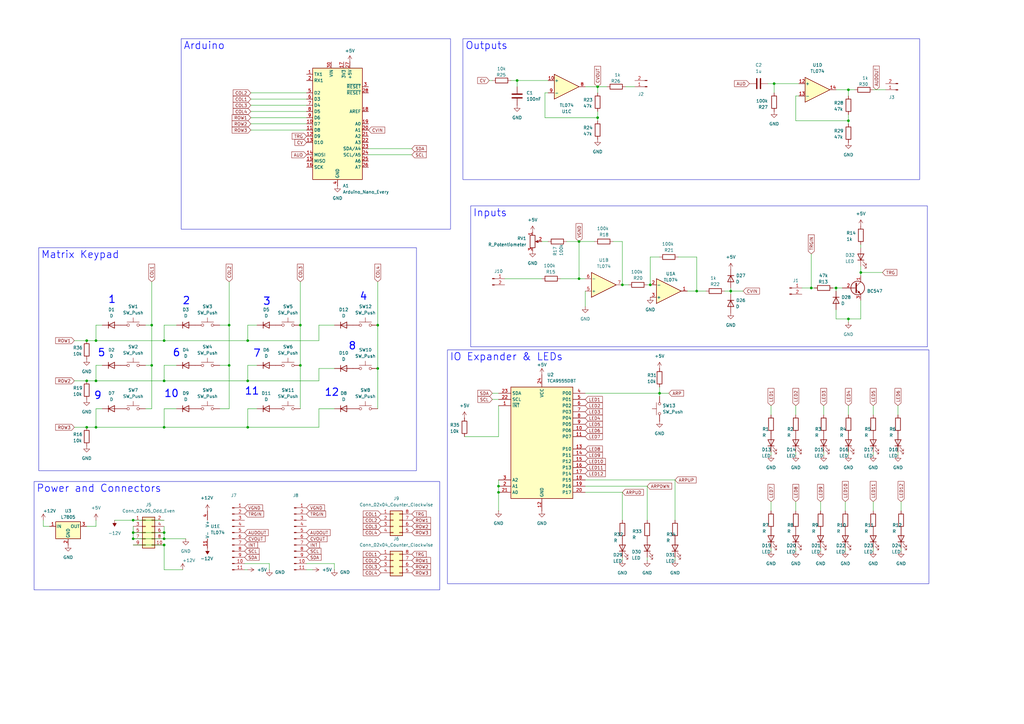
<source format=kicad_sch>
(kicad_sch (version 20250114) (generator "eeschema") (generator_version "9.0")
  (paper "A3")
  (title_block (title "QuantARP by github.com/Fihdi"))
  (lib_symbols
    (symbol "Amplifier_Operational:TL074" (pin_names (offset 0.127))
      (property "Reference" "U" (at 0 5.08 0))
      (property "Value" "TL074" (at 0 -5.08 0))
      (symbol "TL074_1_1"
        (pin input line (at -7.62 2.54 0) (length 2.54) (name "+") (number "3"))
        (pin input line (at -7.62 -2.54 0) (length 2.54) (name "-") (number "2"))
        (pin output line (at 7.62 0 180) (length 2.54) (name "~") (number "1"))
      )
      (symbol "TL074_2_1"
        (pin input line (at -7.62 2.54 0) (length 2.54) (name "+") (number "5"))
        (pin input line (at -7.62 -2.54 0) (length 2.54) (name "-") (number "6"))
        (pin output line (at 7.62 0 180) (length 2.54) (name "~") (number "7"))
      )
      (symbol "TL074_3_1"
        (pin input line (at -7.62 2.54 0) (length 2.54) (name "+") (number "10"))
        (pin input line (at -7.62 -2.54 0) (length 2.54) (name "-") (number "9"))
        (pin output line (at 7.62 0 180) (length 2.54) (name "~") (number "8"))
      )
      (symbol "TL074_4_1"
        (pin input line (at -7.62 2.54 0) (length 2.54) (name "+") (number "12"))
        (pin input line (at -7.62 -2.54 0) (length 2.54) (name "-") (number "13"))
        (pin output line (at 7.62 0 180) (length 2.54) (name "~") (number "14"))
      )
      (symbol "TL074_5_1"
        (pin power_in line (at -2.54 7.62 270) (length 3.81) (name "V+") (number "4"))
        (pin power_in line (at -2.54 -7.62 90) (length 3.81) (name "V-") (number "11"))
      )
    )
    (symbol "Connector:Conn_01x02_Pin" (pin_names (offset 1.016) (hide yes))
      (property "Reference" "J" (at 0 2.54 0))
      (property "Value" "Conn_01x02_Pin" (at 0 -5.08 0))
      (symbol "Conn_01x02_Pin_1_1"
        (pin passive line (at 5.08 0 180) (length 3.81) (name "Pin_1") (number "1"))
        (pin passive line (at 5.08 -2.54 180) (length 3.81) (name "Pin_2") (number "2"))
      )
    )
    (symbol "Connector:Conn_01x11_Pin" (pin_names (offset 1.016) (hide yes))
      (property "Reference" "J" (at 0 15.24 0))
      (property "Value" "Conn_01x11_Pin" (at 0 -15.24 0))
      (symbol "Conn_01x11_Pin_1_1"
        (pin passive line (at 5.08 12.7 180) (length 3.81) (name "Pin_1") (number "1"))
        (pin passive line (at 5.08 10.16 180) (length 3.81) (name "Pin_2") (number "2"))
        (pin passive line (at 5.08 7.62 180) (length 3.81) (name "Pin_3") (number "3"))
        (pin passive line (at 5.08 5.08 180) (length 3.81) (name "Pin_4") (number "4"))
        (pin passive line (at 5.08 2.54 180) (length 3.81) (name "Pin_5") (number "5"))
        (pin passive line (at 5.08 0 180) (length 3.81) (name "Pin_6") (number "6"))
        (pin passive line (at 5.08 -2.54 180) (length 3.81) (name "Pin_7") (number "7"))
        (pin passive line (at 5.08 -5.08 180) (length 3.81) (name "Pin_8") (number "8"))
        (pin passive line (at 5.08 -7.62 180) (length 3.81) (name "Pin_9") (number "9"))
        (pin passive line (at 5.08 -10.16 180) (length 3.81) (name "Pin_10") (number "10"))
        (pin passive line (at 5.08 -12.7 180) (length 3.81) (name "Pin_11") (number "11"))
      )
    )
    (symbol "Connector_Generic:Conn_02x04_Counter_Clockwise" (pin_names (offset 1.016) (hide yes))
      (property "Reference" "J" (at 1.27 5.08 0))
      (property "Value" "Conn_02x04_Counter_Clockwise" (at 1.27 -7.62 0))
      (symbol "Conn_02x04_Counter_Clockwise_1_1"
        (pin passive line (at -5.08 2.54 0) (length 3.81) (name "Pin_1") (number "1"))
        (pin passive line (at -5.08 0 0) (length 3.81) (name "Pin_2") (number "2"))
        (pin passive line (at -5.08 -2.54 0) (length 3.81) (name "Pin_3") (number "3"))
        (pin passive line (at -5.08 -5.08 0) (length 3.81) (name "Pin_4") (number "4"))
        (pin passive line (at 7.62 2.54 180) (length 3.81) (name "Pin_8") (number "8"))
        (pin passive line (at 7.62 0 180) (length 3.81) (name "Pin_7") (number "7"))
        (pin passive line (at 7.62 -2.54 180) (length 3.81) (name "Pin_6") (number "6"))
        (pin passive line (at 7.62 -5.08 180) (length 3.81) (name "Pin_5") (number "5"))
      )
    )
    (symbol "Connector_Generic:Conn_02x05_Odd_Even" (pin_names (offset 1.016) (hide yes))
      (property "Reference" "J" (at 1.27 7.62 0))
      (property "Value" "Conn_02x05_Odd_Even" (at 1.27 -7.62 0))
      (symbol "Conn_02x05_Odd_Even_1_1"
        (pin passive line (at -5.08 5.08 0) (length 3.81) (name "Pin_1") (number "1"))
        (pin passive line (at -5.08 2.54 0) (length 3.81) (name "Pin_3") (number "3"))
        (pin passive line (at -5.08 0 0) (length 3.81) (name "Pin_5") (number "5"))
        (pin passive line (at -5.08 -2.54 0) (length 3.81) (name "Pin_7") (number "7"))
        (pin passive line (at -5.08 -5.08 0) (length 3.81) (name "Pin_9") (number "9"))
        (pin passive line (at 7.62 5.08 180) (length 3.81) (name "Pin_2") (number "2"))
        (pin passive line (at 7.62 2.54 180) (length 3.81) (name "Pin_4") (number "4"))
        (pin passive line (at 7.62 0 180) (length 3.81) (name "Pin_6") (number "6"))
        (pin passive line (at 7.62 -2.54 180) (length 3.81) (name "Pin_8") (number "8"))
        (pin passive line (at 7.62 -5.08 180) (length 3.81) (name "Pin_10") (number "10"))
      )
    )
    (symbol "Device:C" (pin_numbers (hide yes)) (pin_names (offset 0.254))
      (property "Reference" "C" (at 0.635 2.54 0))
      (property "Value" "C" (at 0.635 -2.54 0))
      (symbol "C_1_1"
        (pin passive line (at 0 3.81 270) (length 2.794) (name "~") (number "1"))
        (pin passive line (at 0 -3.81 90) (length 2.794) (name "~") (number "2"))
      )
    )
    (symbol "Device:D" (pin_numbers (hide yes)) (pin_names (offset 1.016) (hide yes))
      (property "Reference" "D" (at 0 2.54 0))
      (property "Value" "D" (at 0 -2.54 0))
      (symbol "D_1_1"
        (pin passive line (at -3.81 0 0) (length 2.54) (name "K") (number "1"))
        (pin passive line (at 3.81 0 180) (length 2.54) (name "A") (number "2"))
      )
    )
    (symbol "Device:LED" (pin_numbers (hide yes)) (pin_names (offset 1.016) (hide yes))
      (property "Reference" "D" (at 0 2.54 0))
      (property "Value" "LED" (at 0 -2.54 0))
      (symbol "LED_1_1"
        (pin passive line (at -3.81 0 0) (length 2.54) (name "K") (number "1"))
        (pin passive line (at 3.81 0 180) (length 2.54) (name "A") (number "2"))
      )
    )
    (symbol "Device:R" (pin_numbers (hide yes)) (pin_names (offset 0))
      (property "Reference" "R" (at 2.032 0 90))
      (property "Value" "R" (at 0 0 90))
      (symbol "R_1_1"
        (pin passive line (at 0 3.81 270) (length 1.27) (name "~") (number "1"))
        (pin passive line (at 0 -3.81 90) (length 1.27) (name "~") (number "2"))
      )
    )
    (symbol "Device:R_Potentiometer" (pin_names (offset 1.016) (hide yes))
      (property "Reference" "RV" (at -4.445 0 90))
      (property "Value" "R_Potentiometer" (at -2.54 0 90))
      (symbol "R_Potentiometer_1_1"
        (pin passive line (at 0 3.81 270) (length 1.27) (name "1") (number "1"))
        (pin passive line (at 0 -3.81 90) (length 1.27) (name "3") (number "3"))
        (pin passive line (at 3.81 0 180) (length 1.27) (name "2") (number "2"))
      )
    )
    (symbol "Interface_Expansion:TCA9555DBT"
      (property "Reference" "U" (at -11.43 24.13 0))
      (property "Value" "TCA9555DBT" (at 0 0 0))
      (symbol "TCA9555DBT_1_1"
        (pin bidirectional line (at -17.78 20.32 0) (length 5.08) (name "SDA") (number "23"))
        (pin input line (at -17.78 17.78 0) (length 5.08) (name "SCL") (number "22"))
        (pin open_collector line (at -17.78 15.24 0) (length 5.08) (name "~{INT}") (number "1"))
        (pin input line (at -17.78 -15.24 0) (length 5.08) (name "A2") (number "3"))
        (pin input line (at -17.78 -17.78 0) (length 5.08) (name "A1") (number "2"))
        (pin input line (at -17.78 -20.32 0) (length 5.08) (name "A0") (number "21"))
        (pin power_in line (at 0 27.94 270) (length 5.08) (name "VCC") (number "24"))
        (pin power_in line (at 0 -27.94 90) (length 5.08) (name "GND") (number "12"))
        (pin bidirectional line (at 17.78 20.32 180) (length 5.08) (name "P00") (number "4"))
        (pin bidirectional line (at 17.78 17.78 180) (length 5.08) (name "P01") (number "5"))
        (pin bidirectional line (at 17.78 15.24 180) (length 5.08) (name "P02") (number "6"))
        (pin bidirectional line (at 17.78 12.7 180) (length 5.08) (name "P03") (number "7"))
        (pin bidirectional line (at 17.78 10.16 180) (length 5.08) (name "P04") (number "8"))
        (pin bidirectional line (at 17.78 7.62 180) (length 5.08) (name "P05") (number "9"))
        (pin bidirectional line (at 17.78 5.08 180) (length 5.08) (name "P06") (number "10"))
        (pin bidirectional line (at 17.78 2.54 180) (length 5.08) (name "P07") (number "11"))
        (pin bidirectional line (at 17.78 -2.54 180) (length 5.08) (name "P10") (number "13"))
        (pin bidirectional line (at 17.78 -5.08 180) (length 5.08) (name "P11") (number "14"))
        (pin bidirectional line (at 17.78 -7.62 180) (length 5.08) (name "P12") (number "15"))
        (pin bidirectional line (at 17.78 -10.16 180) (length 5.08) (name "P13") (number "16"))
        (pin bidirectional line (at 17.78 -12.7 180) (length 5.08) (name "P14") (number "17"))
        (pin bidirectional line (at 17.78 -15.24 180) (length 5.08) (name "P15") (number "18"))
        (pin bidirectional line (at 17.78 -17.78 180) (length 5.08) (name "P16") (number "19"))
        (pin bidirectional line (at 17.78 -20.32 180) (length 5.08) (name "P17") (number "20"))
      )
    )
    (symbol "MCU_Module:Arduino_Nano_Every"
      (property "Reference" "A" (at -10.16 23.495 0))
      (property "Value" "Arduino_Nano_Every" (at 5.08 -24.13 0))
      (symbol "Arduino_Nano_Every_1_1"
        (pin bidirectional line (at -12.7 20.32 0) (length 2.54) (name "TX1") (number "1"))
        (pin bidirectional line (at -12.7 17.78 0) (length 2.54) (name "RX1") (number "2"))
        (pin bidirectional line (at -12.7 12.7 0) (length 2.54) (name "D2") (number "5"))
        (pin bidirectional line (at -12.7 10.16 0) (length 2.54) (name "D3") (number "6"))
        (pin bidirectional line (at -12.7 7.62 0) (length 2.54) (name "D4") (number "7"))
        (pin bidirectional line (at -12.7 5.08 0) (length 2.54) (name "D5") (number "8"))
        (pin bidirectional line (at -12.7 2.54 0) (length 2.54) (name "D6") (number "9"))
        (pin bidirectional line (at -12.7 0 0) (length 2.54) (name "D7") (number "10"))
        (pin bidirectional line (at -12.7 -2.54 0) (length 2.54) (name "D8") (number "11"))
        (pin bidirectional line (at -12.7 -5.08 0) (length 2.54) (name "D9") (number "12"))
        (pin bidirectional line (at -12.7 -7.62 0) (length 2.54) (name "D10") (number "13"))
        (pin bidirectional line (at -12.7 -12.7 0) (length 2.54) (name "MOSI") (number "14"))
        (pin bidirectional line (at -12.7 -15.24 0) (length 2.54) (name "MISO") (number "15"))
        (pin bidirectional line (at -12.7 -17.78 0) (length 2.54) (name "SCK") (number "16"))
        (pin power_in line (at -2.54 25.4 270) (length 2.54) (name "VIN") (number "30"))
        (pin passive line (at 0 -25.4 90) (length 2.54) (hide yes) (name "GND") (number "29"))
        (pin power_in line (at 0 -25.4 90) (length 2.54) (name "GND") (number "4"))
        (pin power_out line (at 2.54 25.4 270) (length 2.54) (name "3V3") (number "17"))
        (pin power_out line (at 5.08 25.4 270) (length 2.54) (name "+5V") (number "27"))
        (pin input line (at 12.7 15.24 180) (length 2.54) (name "~{RESET}") (number "3"))
        (pin input line (at 12.7 12.7 180) (length 2.54) (name "~{RESET}") (number "28"))
        (pin input line (at 12.7 5.08 180) (length 2.54) (name "AREF") (number "18"))
        (pin bidirectional line (at 12.7 0 180) (length 2.54) (name "A0") (number "19"))
        (pin bidirectional line (at 12.7 -2.54 180) (length 2.54) (name "A1") (number "20"))
        (pin bidirectional line (at 12.7 -5.08 180) (length 2.54) (name "A2") (number "21"))
        (pin bidirectional line (at 12.7 -7.62 180) (length 2.54) (name "A3") (number "22"))
        (pin bidirectional line (at 12.7 -10.16 180) (length 2.54) (name "SDA/A4") (number "23"))
        (pin bidirectional line (at 12.7 -12.7 180) (length 2.54) (name "SCL/A5") (number "24"))
        (pin bidirectional line (at 12.7 -15.24 180) (length 2.54) (name "A6") (number "25"))
        (pin bidirectional line (at 12.7 -17.78 180) (length 2.54) (name "A7") (number "26"))
      )
    )
    (symbol "Regulator_Linear:L7805" (pin_names (offset 0.254))
      (property "Reference" "U" (at -3.81 3.175 0))
      (property "Value" "L7805" (at 0 3.175 0))
      (symbol "L7805_1_1"
        (pin power_in line (at -7.62 0 0) (length 2.54) (name "IN") (number "1"))
        (pin power_in line (at 0 -7.62 90) (length 2.54) (name "GND") (number "2"))
        (pin power_out line (at 7.62 0 180) (length 2.54) (name "OUT") (number "3"))
      )
    )
    (symbol "Switch:SW_Push" (pin_numbers (hide yes)) (pin_names (offset 1.016) (hide yes))
      (property "Reference" "SW" (at 1.27 2.54 0))
      (property "Value" "SW_Push" (at 0 -1.524 0))
      (symbol "SW_Push_0_1"
        (pin passive line (at -5.08 0 0) (length 2.54) (name "1") (number "1"))
        (pin passive line (at 5.08 0 180) (length 2.54) (name "2") (number "2"))
      )
    )
    (symbol "Transistor_BJT:BC547" (pin_names (offset 0) (hide yes))
      (property "Reference" "Q" (at 5.08 1.905 0))
      (property "Value" "BC547" (at 5.08 0 0))
      (symbol "BC547_1_1"
        (pin input line (at -5.08 0 0) (length 5.08) (name "B") (number "2"))
        (pin passive line (at 2.54 5.08 270) (length 2.54) (name "C") (number "1"))
        (pin passive line (at 2.54 -5.08 90) (length 2.54) (name "E") (number "3"))
      )
    )
    (symbol "power:+12V" (power) (pin_names (offset 0))
      (property "Value" "+12V" (at 0 3.556 0))
      (symbol "+12V_1_1"
        (pin power_in line (at 0 0 90) (length 0) (hide yes) (name "+12V") (number "1"))
      )
    )
    (symbol "power:+5V" (power) (pin_numbers (hide yes)) (pin_names (offset 0) (hide yes))
      (property "Value" "+5V" (at 0 3.556 0))
      (symbol "+5V_1_1"
        (pin power_in line (at 0 0 90) (length 0) (name "~") (number "1"))
      )
    )
    (symbol "power:-12V" (power) (pin_names (offset 0))
      (property "Value" "-12V" (at 0 3.81 0))
      (symbol "-12V_0_0"
        (pin power_in line (at 0 0 90) (length 0) (hide yes) (name "-12V") (number "1"))
      )
    )
    (symbol "power:GND" (power) (pin_numbers (hide yes)) (pin_names (offset 0) (hide yes))
      (property "Value" "GND" (at 0 -3.81 0))
      (symbol "GND_1_1"
        (pin power_in line (at 0 0 270) (length 0) (name "~") (number "1"))
      )
    )
  )
  (text "12" (at 136.144 161.036 0) (effects (font (size 3 3) (thickness 0.4) (bold yes))))
  (text "2" (at 76.454 123.444 0) (effects (font (size 3 3) (thickness 0.4) (bold yes))))
  (text "11" (at 103.378 160.528 0) (effects (font (size 3 3) (thickness 0.4) (bold yes))))
  (text "6" (at 72.39 144.78 0) (effects (font (size 3 3) (thickness 0.4) (bold yes))))
  (text "1" (at 45.974 122.936 0) (effects (font (size 3 3) (thickness 0.4) (bold yes))))
  (text "10\n" (at 70.358 161.544 0) (effects (font (size 3 3) (thickness 0.4) (bold yes))))
  (text "8" (at 144.526 141.986 0) (effects (font (size 3 3) (thickness 0.4) (bold yes))))
  (text "4" (at 149.098 121.666 0) (effects (font (size 3 3) (thickness 0.4) (bold yes))))
  (text "9" (at 40.132 162.306 0) (effects (font (size 3 3) (thickness 0.4) (bold yes))))
  (text "3" (at 109.474 123.698 0) (effects (font (size 3 3) (thickness 0.4) (bold yes))))
  (text "5" (at 41.656 144.78 0) (effects (font (size 3 3) (thickness 0.4) (bold yes))))
  (text "7" (at 105.41 145.034 0) (effects (font (size 3 3) (thickness 0.4) (bold yes))))
  (text_box "Matrix Keypad" (at 15.875 101.6 0) (size 154.94 91.44) (margins 0.9525 0.9525 0.9525 0.9525) (effects (font (size 3 3) (thickness 0.254) (bold yes)) (justify left top)))
  (text_box "Power and Connectors" (at 13.97 197.485 0) (size 166.37 44.45) (margins 0.9525 0.9525 0.9525 0.9525) (effects (font (size 3 3) (thickness 0.254) (bold yes)) (justify left top)))
  (text_box "Outputs" (at 189.865 15.875 0) (size 187.325 57.785) (margins 0.9525 0.9525 0.9525 0.9525) (effects (font (size 3 3) (thickness 0.254) (bold yes)) (justify left top)))
  (text_box "IO Expander & LEDs" (at 183.515 143.51 0) (size 197.485 95.885) (margins 0.9525 0.9525 0.9525 0.9525) (effects (font (size 3 3) (thickness 0.254) (bold yes)) (justify left top)))
  (text_box "Arduino" (at 74.295 15.875 0) (size 110.49 78.105) (margins 0.9525 0.9525 0.9525 0.9525) (effects (font (size 3 3) (thickness 0.254) (bold yes)) (justify left top)))
  (text_box "Inputs\n" (at 193.04 84.455 0) (size 187.325 57.785) (margins 0.9525 0.9525 0.9525 0.9525) (effects (font (size 3 3) (thickness 0.254) (bold yes)) (justify left top)))
  (junction (at 245.11 35.56))
  (junction (at 285.75 119.38))
  (junction (at 67.31 156.21))
  (junction (at 93.98 149.86))
  (junction (at 204.47 199.39))
  (junction (at 39.37 156.21))
  (junction (at 154.94 133.35))
  (junction (at 62.23 149.86))
  (junction (at 39.37 175.26))
  (junction (at 299.72 119.38))
  (junction (at 67.31 223.52))
  (junction (at 54.61 213.36))
  (junction (at 54.61 218.44))
  (junction (at 204.47 201.93))
  (junction (at 347.98 36.83))
  (junction (at 101.6 156.21))
  (junction (at 332.74 118.11))
  (junction (at 347.98 49.53))
  (junction (at 67.31 139.7))
  (junction (at 93.98 133.35))
  (junction (at 54.61 220.98))
  (junction (at 342.9 118.11))
  (junction (at 237.49 99.06))
  (junction (at 35.56 156.21))
  (junction (at 35.56 175.26))
  (junction (at 123.19 149.86))
  (junction (at 255.27 116.84))
  (junction (at 245.11 48.26))
  (junction (at 39.37 139.7))
  (junction (at 67.31 218.44))
  (junction (at 212.09 33.02))
  (junction (at 101.6 175.26))
  (junction (at 266.7 116.84))
  (junction (at 347.98 130.81))
  (junction (at 67.31 175.26))
  (junction (at 237.49 114.3))
  (junction (at 353.06 111.76))
  (junction (at 154.94 151.13))
  (junction (at 67.31 220.98))
  (junction (at 123.19 133.35))
  (junction (at 62.23 133.35))
  (junction (at 317.5 34.29))
  (junction (at 35.56 139.7))
  (junction (at 270.51 161.29))
  (junction (at 101.6 139.7))
  (wire (pts (xy 347.98 166.37) (xy 347.98 170.18)))
  (wire (pts (xy 30.48 139.7) (xy 35.56 139.7)))
  (wire (pts (xy 347.98 130.81) (xy 353.06 130.81)))
  (wire (pts (xy 35.56 175.26) (xy 30.48 175.26)))
  (wire (pts (xy 326.39 226.06) (xy 326.39 224.79)))
  (wire (pts (xy 59.69 133.35) (xy 62.23 133.35)))
  (wire (pts (xy 347.98 50.8) (xy 347.98 49.53)))
  (wire (pts (xy 326.39 205.74) (xy 326.39 209.55)))
  (wire (pts (xy 358.14 166.37) (xy 358.14 170.18)))
  (wire (pts (xy 67.31 156.21) (xy 39.37 156.21)))
  (wire (pts (xy 100.33 231.14) (xy 110.49 231.14)))
  (wire (pts (xy 90.17 133.35) (xy 93.98 133.35)))
  (wire (pts (xy 353.06 130.81) (xy 353.06 123.19)))
  (wire (pts (xy 240.03 201.93) (xy 255.27 201.93)))
  (wire (pts (xy 35.56 156.21) (xy 30.48 156.21)))
  (wire (pts (xy 316.23 226.06) (xy 316.23 224.79)))
  (wire (pts (xy 67.31 218.44) (xy 67.31 220.98)))
  (wire (pts (xy 245.11 38.1) (xy 245.11 35.56)))
  (wire (pts (xy 130.81 151.13) (xy 130.81 156.21)))
  (wire (pts (xy 353.06 111.76) (xy 353.06 113.03)))
  (wire (pts (xy 54.61 218.44) (xy 54.61 220.98)))
  (wire (pts (xy 67.31 220.98) (xy 76.2 220.98)))
  (wire (pts (xy 67.31 139.7) (xy 67.31 133.35)))
  (wire (pts (xy 101.6 167.64) (xy 105.41 167.64)))
  (wire (pts (xy 39.37 213.36) (xy 39.37 215.9)))
  (wire (pts (xy 347.98 186.69) (xy 347.98 185.42)))
  (wire (pts (xy 326.39 166.37) (xy 326.39 170.18)))
  (wire (pts (xy 265.43 229.87) (xy 265.43 228.6)))
  (wire (pts (xy 102.87 50.8) (xy 125.73 50.8)))
  (wire (pts (xy 245.11 48.26) (xy 245.11 45.72)))
  (wire (pts (xy 168.91 60.96) (xy 151.13 60.96)))
  (wire (pts (xy 212.09 33.02) (xy 212.09 35.56)))
  (wire (pts (xy 285.75 119.38) (xy 289.56 119.38)))
  (wire (pts (xy 39.37 167.64) (xy 39.37 175.26)))
  (wire (pts (xy 347.98 36.83) (xy 342.9 36.83)))
  (wire (pts (xy 337.82 166.37) (xy 337.82 170.18)))
  (wire (pts (xy 316.23 205.74) (xy 316.23 209.55)))
  (wire (pts (xy 255.27 229.87) (xy 255.27 228.6)))
  (wire (pts (xy 101.6 139.7) (xy 101.6 133.35)))
  (wire (pts (xy 245.11 35.56) (xy 240.03 35.56)))
  (wire (pts (xy 278.13 105.41) (xy 285.75 105.41)))
  (wire (pts (xy 350.52 36.83) (xy 347.98 36.83)))
  (wire (pts (xy 317.5 34.29) (xy 327.66 34.29)))
  (wire (pts (xy 346.71 226.06) (xy 346.71 224.79)))
  (wire (pts (xy 39.37 139.7) (xy 67.31 139.7)))
  (wire (pts (xy 347.98 39.37) (xy 347.98 36.83)))
  (wire (pts (xy 276.86 229.87) (xy 276.86 228.6)))
  (wire (pts (xy 276.86 196.85) (xy 276.86 213.36)))
  (wire (pts (xy 223.52 48.26) (xy 223.52 38.1)))
  (wire (pts (xy 342.9 118.11) (xy 345.44 118.11)))
  (wire (pts (xy 130.81 167.64) (xy 130.81 175.26)))
  (wire (pts (xy 123.19 149.86) (xy 123.19 167.64)))
  (wire (pts (xy 334.01 118.11) (xy 332.74 118.11)))
  (wire (pts (xy 209.55 33.02) (xy 212.09 33.02)))
  (wire (pts (xy 137.16 167.64) (xy 130.81 167.64)))
  (wire (pts (xy 39.37 133.35) (xy 41.91 133.35)))
  (wire (pts (xy 102.87 48.26) (xy 125.73 48.26)))
  (wire (pts (xy 326.39 39.37) (xy 327.66 39.37)))
  (wire (pts (xy 368.3 186.69) (xy 368.3 185.42)))
  (wire (pts (xy 67.31 139.7) (xy 101.6 139.7)))
  (wire (pts (xy 369.57 226.06) (xy 369.57 224.79)))
  (wire (pts (xy 67.31 133.35) (xy 72.39 133.35)))
  (wire (pts (xy 270.51 161.29) (xy 270.51 162.56)))
  (wire (pts (xy 368.3 166.37) (xy 368.3 170.18)))
  (wire (pts (xy 336.55 226.06) (xy 336.55 224.79)))
  (wire (pts (xy 204.47 179.07) (xy 204.47 166.37)))
  (wire (pts (xy 101.6 156.21) (xy 67.31 156.21)))
  (wire (pts (xy 137.16 231.14) (xy 137.16 233.68)))
  (wire (pts (xy 90.17 149.86) (xy 93.98 149.86)))
  (wire (pts (xy 62.23 115.57) (xy 62.23 133.35)))
  (wire (pts (xy 67.31 167.64) (xy 67.31 175.26)))
  (wire (pts (xy 130.81 133.35) (xy 137.16 133.35)))
  (wire (pts (xy 248.92 35.56) (xy 245.11 35.56)))
  (wire (pts (xy 304.8 119.38) (xy 299.72 119.38)))
  (wire (pts (xy 204.47 199.39) (xy 204.47 201.93)))
  (wire (pts (xy 237.49 99.06) (xy 237.49 114.3)))
  (wire (pts (xy 190.5 179.07) (xy 204.47 179.07)))
  (wire (pts (xy 274.32 161.29) (xy 270.51 161.29)))
  (wire (pts (xy 125.73 231.14) (xy 137.16 231.14)))
  (wire (pts (xy 168.91 63.5) (xy 151.13 63.5)))
  (wire (pts (xy 347.98 130.81) (xy 347.98 132.08)))
  (wire (pts (xy 240.03 161.29) (xy 270.51 161.29)))
  (wire (pts (xy 100.33 233.68) (xy 101.6 233.68)))
  (wire (pts (xy 67.31 223.52) (xy 67.31 233.68)))
  (wire (pts (xy 224.79 99.06) (xy 222.25 99.06)))
  (wire (pts (xy 201.93 161.29) (xy 204.47 161.29)))
  (wire (pts (xy 353.06 109.22) (xy 353.06 111.76)))
  (wire (pts (xy 358.14 226.06) (xy 358.14 224.79)))
  (wire (pts (xy 39.37 149.86) (xy 39.37 156.21)))
  (wire (pts (xy 154.94 115.57) (xy 154.94 133.35)))
  (wire (pts (xy 223.52 38.1) (xy 224.79 38.1)))
  (wire (pts (xy 326.39 49.53) (xy 326.39 39.37)))
  (wire (pts (xy 59.69 149.86) (xy 62.23 149.86)))
  (wire (pts (xy 260.35 35.56) (xy 256.54 35.56)))
  (wire (pts (xy 316.23 186.69) (xy 316.23 185.42)))
  (wire (pts (xy 54.61 223.52) (xy 67.31 223.52)))
  (wire (pts (xy 54.61 213.36) (xy 67.31 213.36)))
  (wire (pts (xy 229.87 114.3) (xy 237.49 114.3)))
  (wire (pts (xy 125.73 233.68) (xy 128.27 233.68)))
  (wire (pts (xy 41.91 167.64) (xy 39.37 167.64)))
  (wire (pts (xy 257.81 116.84) (xy 255.27 116.84)))
  (wire (pts (xy 72.39 149.86) (xy 67.31 149.86)))
  (wire (pts (xy 207.01 114.3) (xy 222.25 114.3)))
  (wire (pts (xy 265.43 116.84) (xy 266.7 116.84)))
  (wire (pts (xy 341.63 118.11) (xy 342.9 118.11)))
  (wire (pts (xy 102.87 40.64) (xy 125.73 40.64)))
  (wire (pts (xy 102.87 45.72) (xy 125.73 45.72)))
  (wire (pts (xy 297.18 119.38) (xy 299.72 119.38)))
  (wire (pts (xy 101.6 149.86) (xy 105.41 149.86)))
  (wire (pts (xy 46.99 213.36) (xy 54.61 213.36)))
  (wire (pts (xy 72.39 167.64) (xy 67.31 167.64)))
  (wire (pts (xy 337.82 186.69) (xy 337.82 185.42)))
  (wire (pts (xy 332.74 118.11) (xy 328.93 118.11)))
  (wire (pts (xy 342.9 130.81) (xy 347.98 130.81)))
  (wire (pts (xy 265.43 199.39) (xy 265.43 213.36)))
  (wire (pts (xy 93.98 133.35) (xy 93.98 149.86)))
  (wire (pts (xy 101.6 139.7) (xy 130.81 139.7)))
  (wire (pts (xy 361.95 111.76) (xy 353.06 111.76)))
  (wire (pts (xy 102.87 53.34) (xy 125.73 53.34)))
  (wire (pts (xy 130.81 175.26) (xy 101.6 175.26)))
  (wire (pts (xy 74.93 233.68) (xy 67.31 233.68)))
  (wire (pts (xy 67.31 175.26) (xy 39.37 175.26)))
  (wire (pts (xy 358.14 205.74) (xy 358.14 209.55)))
  (wire (pts (xy 123.19 115.57) (xy 123.19 133.35)))
  (wire (pts (xy 39.37 215.9) (xy 35.56 215.9)))
  (wire (pts (xy 285.75 105.41) (xy 285.75 119.38)))
  (wire (pts (xy 93.98 149.86) (xy 93.98 167.64)))
  (wire (pts (xy 266.7 105.41) (xy 270.51 105.41)))
  (wire (pts (xy 130.81 156.21) (xy 101.6 156.21)))
  (wire (pts (xy 200.66 33.02) (xy 201.93 33.02)))
  (wire (pts (xy 347.98 49.53) (xy 326.39 49.53)))
  (wire (pts (xy 317.5 34.29) (xy 317.5 38.1)))
  (wire (pts (xy 41.91 149.86) (xy 39.37 149.86)))
  (wire (pts (xy 245.11 49.53) (xy 245.11 48.26)))
  (wire (pts (xy 90.17 167.64) (xy 93.98 167.64)))
  (wire (pts (xy 299.72 119.38) (xy 299.72 120.65)))
  (wire (pts (xy 255.27 99.06) (xy 255.27 116.84)))
  (wire (pts (xy 123.19 133.35) (xy 123.19 149.86)))
  (wire (pts (xy 39.37 139.7) (xy 39.37 133.35)))
  (wire (pts (xy 130.81 139.7) (xy 130.81 133.35)))
  (wire (pts (xy 358.14 36.83) (xy 363.22 36.83)))
  (wire (pts (xy 240.03 125.73) (xy 240.03 119.38)))
  (wire (pts (xy 54.61 220.98) (xy 67.31 220.98)))
  (wire (pts (xy 240.03 199.39) (xy 265.43 199.39)))
  (wire (pts (xy 101.6 133.35) (xy 105.41 133.35)))
  (wire (pts (xy 62.23 133.35) (xy 62.23 149.86)))
  (wire (pts (xy 358.14 186.69) (xy 358.14 185.42)))
  (wire (pts (xy 212.09 33.02) (xy 224.79 33.02)))
  (wire (pts (xy 154.94 133.35) (xy 154.94 151.13)))
  (wire (pts (xy 201.93 163.83) (xy 204.47 163.83)))
  (wire (pts (xy 314.96 34.29) (xy 317.5 34.29)))
  (wire (pts (xy 346.71 205.74) (xy 346.71 209.55)))
  (wire (pts (xy 17.78 213.36) (xy 17.78 215.9)))
  (wire (pts (xy 39.37 175.26) (xy 35.56 175.26)))
  (wire (pts (xy 342.9 119.38) (xy 342.9 118.11)))
  (wire (pts (xy 243.84 99.06) (xy 237.49 99.06)))
  (wire (pts (xy 137.16 151.13) (xy 130.81 151.13)))
  (wire (pts (xy 101.6 149.86) (xy 101.6 156.21)))
  (wire (pts (xy 299.72 118.11) (xy 299.72 119.38)))
  (wire (pts (xy 54.61 218.44) (xy 67.31 218.44)))
  (wire (pts (xy 237.49 114.3) (xy 240.03 114.3)))
  (wire (pts (xy 67.31 149.86) (xy 67.31 156.21)))
  (wire (pts (xy 102.87 43.18) (xy 125.73 43.18)))
  (wire (pts (xy 285.75 119.38) (xy 281.94 119.38)))
  (wire (pts (xy 101.6 167.64) (xy 101.6 175.26)))
  (wire (pts (xy 39.37 156.21) (xy 35.56 156.21)))
  (wire (pts (xy 240.03 196.85) (xy 276.86 196.85)))
  (wire (pts (xy 326.39 186.69) (xy 326.39 185.42)))
  (wire (pts (xy 353.06 100.33) (xy 353.06 101.6)))
  (wire (pts (xy 54.61 215.9) (xy 54.61 218.44)))
  (wire (pts (xy 59.69 167.64) (xy 62.23 167.64)))
  (wire (pts (xy 204.47 201.93) (xy 204.47 209.55)))
  (wire (pts (xy 17.78 215.9) (xy 20.32 215.9)))
  (wire (pts (xy 62.23 149.86) (xy 62.23 167.64)))
  (wire (pts (xy 270.51 158.75) (xy 270.51 161.29)))
  (wire (pts (xy 67.31 215.9) (xy 67.31 218.44)))
  (wire (pts (xy 342.9 127) (xy 342.9 130.81)))
  (wire (pts (xy 35.56 139.7) (xy 39.37 139.7)))
  (wire (pts (xy 204.47 196.85) (xy 204.47 199.39)))
  (wire (pts (xy 251.46 99.06) (xy 255.27 99.06)))
  (wire (pts (xy 245.11 48.26) (xy 223.52 48.26)))
  (wire (pts (xy 347.98 49.53) (xy 347.98 46.99)))
  (wire (pts (xy 93.98 115.57) (xy 93.98 133.35)))
  (wire (pts (xy 101.6 175.26) (xy 67.31 175.26)))
  (wire (pts (xy 102.87 38.1) (xy 125.73 38.1)))
  (wire (pts (xy 266.7 116.84) (xy 266.7 105.41)))
  (wire (pts (xy 316.23 166.37) (xy 316.23 170.18)))
  (wire (pts (xy 332.74 104.14) (xy 332.74 118.11)))
  (wire (pts (xy 110.49 231.14) (xy 110.49 233.68)))
  (wire (pts (xy 154.94 151.13) (xy 154.94 167.64)))
  (wire (pts (xy 369.57 205.74) (xy 369.57 209.55)))
  (wire (pts (xy 336.55 205.74) (xy 336.55 209.55)))
  (wire (pts (xy 232.41 99.06) (xy 237.49 99.06)))
  (wire (pts (xy 255.27 201.93) (xy 255.27 213.36)))
  (global_label "LED8" (shape input) (at 240.03 184.15 0) (property "Intersheetrefs" "${INTERSHEET_REFS}" (effects (hide yes))))
  (global_label "AUDOUT" (shape input) (at 359.41 36.83 90) (property "Intersheetrefs" "${INTERSHEET_REFS}" (effects (hide yes))))
  (global_label "SDA" (shape input) (at 100.33 228.6 0) (property "Intersheetrefs" "${INTERSHEET_REFS}" (effects (hide yes))))
  (global_label "LED6" (shape input) (at 368.3 166.37 90) (property "Intersheetrefs" "${INTERSHEET_REFS}" (effects (hide yes))))
  (global_label "ROW2" (shape input) (at 30.48 156.21 180) (property "Intersheetrefs" "${INTERSHEET_REFS}" (effects (hide yes))))
  (global_label "COL1" (shape input) (at 156.21 210.82 180) (property "Intersheetrefs" "${INTERSHEET_REFS}" (effects (hide yes))))
  (global_label "SCL" (shape input) (at 201.93 163.83 180) (property "Intersheetrefs" "${INTERSHEET_REFS}" (effects (hide yes))))
  (global_label "LED11" (shape input) (at 358.14 205.74 90) (property "Intersheetrefs" "${INTERSHEET_REFS}" (effects (hide yes))))
  (global_label "SCL" (shape input) (at 168.91 63.5 0) (property "Intersheetrefs" "${INTERSHEET_REFS}" (effects (hide yes))))
  (global_label "CVOUT" (shape input) (at 100.33 220.98 0) (property "Intersheetrefs" "${INTERSHEET_REFS}" (effects (hide yes))))
  (global_label "CV" (shape input) (at 125.73 58.42 180) (property "Intersheetrefs" "${INTERSHEET_REFS}" (effects (hide yes))))
  (global_label "ROW3" (shape input) (at 168.91 218.44 0) (property "Intersheetrefs" "${INTERSHEET_REFS}" (effects (hide yes))))
  (global_label "LED5" (shape input) (at 358.14 166.37 90) (property "Intersheetrefs" "${INTERSHEET_REFS}" (effects (hide yes))))
  (global_label "CV" (shape input) (at 200.66 33.02 180) (property "Intersheetrefs" "${INTERSHEET_REFS}" (effects (hide yes))))
  (global_label "LED7" (shape input) (at 240.03 179.07 0) (property "Intersheetrefs" "${INTERSHEET_REFS}" (effects (hide yes))))
  (global_label "VGND" (shape input) (at 125.73 208.28 0) (property "Intersheetrefs" "${INTERSHEET_REFS}" (effects (hide yes))))
  (global_label "VGND" (shape input) (at 237.49 99.06 90) (property "Intersheetrefs" "${INTERSHEET_REFS}" (effects (hide yes))))
  (global_label "TRG" (shape input) (at 361.95 111.76 0) (property "Intersheetrefs" "${INTERSHEET_REFS}" (effects (hide yes))))
  (global_label "ROW3" (shape input) (at 102.87 53.34 180) (property "Intersheetrefs" "${INTERSHEET_REFS}" (effects (hide yes))))
  (global_label "COL2" (shape input) (at 102.87 38.1 180) (property "Intersheetrefs" "${INTERSHEET_REFS}" (effects (hide yes))))
  (global_label "AUD" (shape input) (at 307.34 34.29 180) (property "Intersheetrefs" "${INTERSHEET_REFS}" (effects (hide yes))))
  (global_label "LED3" (shape input) (at 337.82 166.37 90) (property "Intersheetrefs" "${INTERSHEET_REFS}" (effects (hide yes))))
  (global_label "INT" (shape input) (at 125.73 223.52 0) (property "Intersheetrefs" "${INTERSHEET_REFS}" (effects (hide yes))))
  (global_label "AUDOUT" (shape input) (at 100.33 218.44 0) (property "Intersheetrefs" "${INTERSHEET_REFS}" (effects (hide yes))))
  (global_label "LED5" (shape input) (at 240.03 173.99 0) (property "Intersheetrefs" "${INTERSHEET_REFS}" (effects (hide yes))))
  (global_label "TRG" (shape input) (at 168.91 210.82 0) (property "Intersheetrefs" "${INTERSHEET_REFS}" (effects (hide yes))))
  (global_label "LED2" (shape input) (at 240.03 166.37 0) (property "Intersheetrefs" "${INTERSHEET_REFS}" (effects (hide yes))))
  (global_label "VGND" (shape input) (at 100.33 208.28 0) (property "Intersheetrefs" "${INTERSHEET_REFS}" (effects (hide yes))))
  (global_label "TRGIN" (shape input) (at 125.73 210.82 0) (property "Intersheetrefs" "${INTERSHEET_REFS}" (effects (hide yes))))
  (global_label "LED4" (shape input) (at 240.03 171.45 0) (property "Intersheetrefs" "${INTERSHEET_REFS}" (effects (hide yes))))
  (global_label "SDA" (shape input) (at 125.73 228.6 0) (property "Intersheetrefs" "${INTERSHEET_REFS}" (effects (hide yes))))
  (global_label "AUD" (shape input) (at 125.73 63.5 180) (property "Intersheetrefs" "${INTERSHEET_REFS}" (effects (hide yes))))
  (global_label "COL2" (shape input) (at 93.98 115.57 90) (property "Intersheetrefs" "${INTERSHEET_REFS}" (effects (hide yes))))
  (global_label "ROW2" (shape input) (at 168.91 232.41 0) (property "Intersheetrefs" "${INTERSHEET_REFS}" (effects (hide yes))))
  (global_label "LED7" (shape input) (at 316.23 205.74 90) (property "Intersheetrefs" "${INTERSHEET_REFS}" (effects (hide yes))))
  (global_label "LED11" (shape input) (at 240.03 191.77 0) (property "Intersheetrefs" "${INTERSHEET_REFS}" (effects (hide yes))))
  (global_label "ROW1" (shape input) (at 102.87 48.26 180) (property "Intersheetrefs" "${INTERSHEET_REFS}" (effects (hide yes))))
  (global_label "ROW2" (shape input) (at 102.87 50.8 180) (property "Intersheetrefs" "${INTERSHEET_REFS}" (effects (hide yes))))
  (global_label "COL2" (shape input) (at 156.21 229.87 180) (property "Intersheetrefs" "${INTERSHEET_REFS}" (effects (hide yes))))
  (global_label "CVIN" (shape input) (at 304.8 119.38 0) (property "Intersheetrefs" "${INTERSHEET_REFS}" (effects (hide yes))))
  (global_label "ROW3" (shape input) (at 30.48 175.26 180) (property "Intersheetrefs" "${INTERSHEET_REFS}" (effects (hide yes))))
  (global_label "LED2" (shape input) (at 326.39 166.37 90) (property "Intersheetrefs" "${INTERSHEET_REFS}" (effects (hide yes))))
  (global_label "SCL" (shape input) (at 100.33 226.06 0) (property "Intersheetrefs" "${INTERSHEET_REFS}" (effects (hide yes))))
  (global_label "COL3" (shape input) (at 156.21 232.41 180) (property "Intersheetrefs" "${INTERSHEET_REFS}" (effects (hide yes))))
  (global_label "TRG" (shape input) (at 125.73 55.88 180) (property "Intersheetrefs" "${INTERSHEET_REFS}" (effects (hide yes))))
  (global_label "ARPUD" (shape input) (at 255.27 201.93 0) (property "Intersheetrefs" "${INTERSHEET_REFS}" (effects (hide yes))))
  (global_label "ROW1" (shape input) (at 168.91 229.87 0) (property "Intersheetrefs" "${INTERSHEET_REFS}" (effects (hide yes))))
  (global_label "LED6" (shape input) (at 240.03 176.53 0) (property "Intersheetrefs" "${INTERSHEET_REFS}" (effects (hide yes))))
  (global_label "COL1" (shape input) (at 62.23 115.57 90) (property "Intersheetrefs" "${INTERSHEET_REFS}" (effects (hide yes))))
  (global_label "TRG" (shape input) (at 168.91 227.33 0) (property "Intersheetrefs" "${INTERSHEET_REFS}" (effects (hide yes))))
  (global_label "LED4" (shape input) (at 347.98 166.37 90) (property "Intersheetrefs" "${INTERSHEET_REFS}" (effects (hide yes))))
  (global_label "ROW1" (shape input) (at 168.91 213.36 0) (property "Intersheetrefs" "${INTERSHEET_REFS}" (effects (hide yes))))
  (global_label "LED9" (shape input) (at 240.03 186.69 0) (property "Intersheetrefs" "${INTERSHEET_REFS}" (effects (hide yes))))
  (global_label "LED9" (shape input) (at 336.55 205.74 90) (property "Intersheetrefs" "${INTERSHEET_REFS}" (effects (hide yes))))
  (global_label "COL4" (shape input) (at 156.21 218.44 180) (property "Intersheetrefs" "${INTERSHEET_REFS}" (effects (hide yes))))
  (global_label "COL3" (shape input) (at 156.21 215.9 180) (property "Intersheetrefs" "${INTERSHEET_REFS}" (effects (hide yes))))
  (global_label "LED1" (shape input) (at 240.03 163.83 0) (property "Intersheetrefs" "${INTERSHEET_REFS}" (effects (hide yes))))
  (global_label "LED12" (shape input) (at 240.03 194.31 0) (property "Intersheetrefs" "${INTERSHEET_REFS}" (effects (hide yes))))
  (global_label "COL3" (shape input) (at 123.19 115.57 90) (property "Intersheetrefs" "${INTERSHEET_REFS}" (effects (hide yes))))
  (global_label "CVIN" (shape input) (at 151.13 53.34 0) (property "Intersheetrefs" "${INTERSHEET_REFS}" (effects (hide yes))))
  (global_label "TRGIN" (shape input) (at 332.74 104.14 90) (property "Intersheetrefs" "${INTERSHEET_REFS}" (effects (hide yes))))
  (global_label "SDA" (shape input) (at 201.93 161.29 180) (property "Intersheetrefs" "${INTERSHEET_REFS}" (effects (hide yes))))
  (global_label "ARPDWN" (shape input) (at 265.43 199.39 0) (property "Intersheetrefs" "${INTERSHEET_REFS}" (effects (hide yes))))
  (global_label "TRGIN" (shape input) (at 100.33 210.82 0) (property "Intersheetrefs" "${INTERSHEET_REFS}" (effects (hide yes))))
  (global_label "SDA" (shape input) (at 168.91 60.96 0) (property "Intersheetrefs" "${INTERSHEET_REFS}" (effects (hide yes))))
  (global_label "CVOUT" (shape input) (at 245.11 35.56 90) (property "Intersheetrefs" "${INTERSHEET_REFS}" (effects (hide yes))))
  (global_label "COL2" (shape input) (at 156.21 213.36 180) (property "Intersheetrefs" "${INTERSHEET_REFS}" (effects (hide yes))))
  (global_label "COL4" (shape input) (at 102.87 45.72 180) (property "Intersheetrefs" "${INTERSHEET_REFS}" (effects (hide yes))))
  (global_label "COL4" (shape input) (at 156.21 234.95 180) (property "Intersheetrefs" "${INTERSHEET_REFS}" (effects (hide yes))))
  (global_label "LED12" (shape input) (at 369.57 205.74 90) (property "Intersheetrefs" "${INTERSHEET_REFS}" (effects (hide yes))))
  (global_label "LED10" (shape input) (at 346.71 205.74 90) (property "Intersheetrefs" "${INTERSHEET_REFS}" (effects (hide yes))))
  (global_label "LED10" (shape input) (at 240.03 189.23 0) (property "Intersheetrefs" "${INTERSHEET_REFS}" (effects (hide yes))))
  (global_label "LED1" (shape input) (at 316.23 166.37 90) (property "Intersheetrefs" "${INTERSHEET_REFS}" (effects (hide yes))))
  (global_label "INT" (shape input) (at 100.33 223.52 0) (property "Intersheetrefs" "${INTERSHEET_REFS}" (effects (hide yes))))
  (global_label "COL4" (shape input) (at 154.94 115.57 90) (property "Intersheetrefs" "${INTERSHEET_REFS}" (effects (hide yes))))
  (global_label "ROW1" (shape input) (at 30.48 139.7 180) (property "Intersheetrefs" "${INTERSHEET_REFS}" (effects (hide yes))))
  (global_label "SCL" (shape input) (at 125.73 226.06 0) (property "Intersheetrefs" "${INTERSHEET_REFS}" (effects (hide yes))))
  (global_label "ARP" (shape input) (at 274.32 161.29 0) (property "Intersheetrefs" "${INTERSHEET_REFS}" (effects (hide yes))))
  (global_label "LED8" (shape input) (at 326.39 205.74 90) (property "Intersheetrefs" "${INTERSHEET_REFS}" (effects (hide yes))))
  (global_label "ROW2" (shape input) (at 168.91 215.9 0) (property "Intersheetrefs" "${INTERSHEET_REFS}" (effects (hide yes))))
  (global_label "CVOUT" (shape input) (at 125.73 220.98 0) (property "Intersheetrefs" "${INTERSHEET_REFS}" (effects (hide yes))))
  (global_label "ROW3" (shape input) (at 168.91 234.95 0) (property "Intersheetrefs" "${INTERSHEET_REFS}" (effects (hide yes))))
  (global_label "AUDOUT" (shape input) (at 125.73 218.44 0) (property "Intersheetrefs" "${INTERSHEET_REFS}" (effects (hide yes))))
  (global_label "COL1" (shape input) (at 102.87 40.64 180) (property "Intersheetrefs" "${INTERSHEET_REFS}" (effects (hide yes))))
  (global_label "COL3" (shape input) (at 102.87 43.18 180) (property "Intersheetrefs" "${INTERSHEET_REFS}" (effects (hide yes))))
  (global_label "LED3" (shape input) (at 240.03 168.91 0) (property "Intersheetrefs" "${INTERSHEET_REFS}" (effects (hide yes))))
  (global_label "COL1" (shape input) (at 156.21 227.33 180) (property "Intersheetrefs" "${INTERSHEET_REFS}" (effects (hide yes))))
  (global_label "ARPUP" (shape input) (at 276.86 196.85 0) (property "Intersheetrefs" "${INTERSHEET_REFS}" (effects (hide yes))))
  (symbol (lib_id "Device:R") (at 337.82 173.99 0) (unit 1)
    (property "Reference" "R3" (at 334.264 176.022 0) (effects (justify left)))
    (property "Value" "R" (at 334.264 178.562 0) (effects (justify left)))
    (property "Footprint" "Resistor_SMD:R_1206_3216Metric" (effects (hide yes)))
    (property "Description" "Resistor" (effects (hide yes)))
  )
  (symbol (lib_id "power:+5V") (at 299.72 110.49 0) (unit 1)
    (property "Reference" "#PWR027" (effects (hide yes)))
    (property "Value" "+5V" (at 299.72 105.41 0))
    (property "Description" "Power symbol creates a global label with name \"+5V\"" (effects (hide yes)))
  )
  (symbol (lib_id "Switch:SW_Push") (at 54.61 149.86 0) (unit 1)
    (property "Reference" "SW2" (at 54.61 142.24 0))
    (property "Value" "SW_Push" (at 54.61 144.78 0))
    (property "Footprint" "Library:PushButton" (effects (hide yes)))
    (property "Description" "Push button switch, generic, two pins" (effects (hide yes)))
  )
  (symbol (lib_id "Device:R") (at 347.98 54.61 180) (unit 1)
    (property "Reference" "R29" (at 342.0745 53.6575 0) (effects (justify right)))
    (property "Value" "47k" (at 342.0745 56.1975 0) (effects (justify right)))
    (property "Footprint" "Resistor_THT:R_Axial_DIN0207_L6.3mm_D2.5mm_P7.62mm_Horizontal" (effects (hide yes)))
    (property "Description" "Resistor" (effects (hide yes)))
  )
  (symbol (lib_id "Device:D") (at 140.97 133.35 0) (unit 1)
    (property "Reference" "D12" (at 140.97 127 0))
    (property "Value" "D" (at 140.97 129.54 0))
    (property "Footprint" "Diode_SMD:D_SOD-323_HandSoldering" (effects (hide yes)))
    (property "Description" "Diode" (effects (hide yes)))
    (property "Sim.Device" "D" (effects (hide yes)))
    (property "Sim.Pins" "1=K 2=A" (effects (hide yes)))
  )
  (symbol (lib_id "power:GND") (at 212.09 43.18 0) (unit 1)
    (property "Reference" "#PWR029" (effects (hide yes)))
    (property "Value" "GND" (at 212.09 48.26 0))
    (property "Description" "Power symbol creates a global label with name \"GND\" , ground" (effects (hide yes)))
  )
  (symbol (lib_id "Switch:SW_Push") (at 118.11 133.35 0) (unit 1)
    (property "Reference" "SW5" (at 118.11 125.73 0))
    (property "Value" "SW_Push" (at 118.11 128.27 0))
    (property "Footprint" "Library:PushButton" (effects (hide yes)))
    (property "Description" "Push button switch, generic, two pins" (effects (hide yes)))
  )
  (symbol (lib_id "Regulator_Linear:L7805") (at 27.94 215.9 0) (unit 1)
    (property "Reference" "U3" (at 27.94 209.55 0))
    (property "Value" "L7805" (at 27.94 212.09 0))
    (property "Footprint" "Package_TO_SOT_SMD:TO-252-3_TabPin2" (effects (hide yes)))
    (property "Datasheet" "http://www.st.com/content/ccc/resource/technical/document/datasheet/41/4f/b3/b0/12/d4/47/88/CD00000444.pdf/files/CD00000444.pdf/jcr:content/translations/en.CD00000444.pdf" (effects (hide yes)))
    (property "Description" "Positive 1.5A 35V Linear Regulator, Fixed Output 5V, TO-220/TO-263/TO-252" (effects (hide yes)))
  )
  (symbol (lib_id "power:GND") (at 240.03 125.73 0) (unit 1)
    (property "Reference" "#PWR022" (effects (hide yes)))
    (property "Value" "GND" (at 240.03 130.81 0))
    (property "Description" "Power symbol creates a global label with name \"GND\" , ground" (effects (hide yes)))
  )
  (symbol (lib_id "Connector:Conn_01x02_Pin") (at 323.85 118.11 0) (unit 1)
    (property "Reference" "J1" (at 326.39 115.062 0))
    (property "Value" "Conn_01x02_Pin" (effects (hide yes)))
    (property "Footprint" "Library:3mm5 Mono Aux" (effects (hide yes)))
    (property "Description" "Generic connector, single row, 01x02, script generated" (effects (hide yes)))
  )
  (symbol (lib_id "Device:R") (at 317.5 41.91 180) (unit 1)
    (property "Reference" "R27" (at 314.96 43.942 0) (effects (justify left)))
    (property "Value" "100k" (at 314.96 41.402 0) (effects (justify left)))
    (property "Footprint" "Resistor_THT:R_Axial_DIN0207_L6.3mm_D2.5mm_P7.62mm_Horizontal" (effects (hide yes)))
    (property "Description" "Resistor" (effects (hide yes)))
  )
  (symbol (lib_id "Transistor_BJT:BC547") (at 350.52 118.11 0) (unit 1)
    (property "Reference" "Q9" (effects (hide yes)))
    (property "Value" "BC547" (at 355.6 119.3799 0) (effects (justify left)))
    (property "Footprint" "Package_TO_SOT_THT:TO-92_Inline_Wide" (effects (hide yes)))
    (property "Datasheet" "https://www.onsemi.com/pub/Collateral/BC550-D.pdf" (effects (hide yes)))
  )
  (symbol (lib_id "Switch:SW_Push") (at 118.11 149.86 0) (unit 1)
    (property "Reference" "SW6" (at 118.11 142.24 0))
    (property "Value" "SW_Push" (at 118.11 144.78 0))
    (property "Footprint" "Library:PushButton" (effects (hide yes)))
    (property "Description" "Push button switch, generic, two pins" (effects (hide yes)))
  )
  (symbol (lib_id "Device:C") (at 212.09 39.37 0) (unit 1)
    (property "Reference" "C1" (at 215.9 38.0999 0) (effects (justify left)))
    (property "Value" "100nF" (at 215.9 40.6399 0) (effects (justify left)))
    (property "Footprint" "Capacitor_THT:C_Disc_D7.0mm_W2.5mm_P5.00mm" (effects (hide yes)))
    (property "Description" "Unpolarized capacitor" (effects (hide yes)))
  )
  (symbol (lib_id "Device:D") (at 299.72 124.46 90) (mirror x) (unit 1)
    (property "Reference" "D26" (at 305.816 123.19 90) (effects (justify left)))
    (property "Value" "D" (at 303.276 125.73 90) (effects (justify left)))
    (property "Footprint" "Diode_SMD:D_1206_3216Metric" (effects (hide yes)))
    (property "Description" "Diode" (effects (hide yes)))
    (property "Sim.Device" "D" (effects (hide yes)))
    (property "Sim.Pins" "1=K 2=A" (effects (hide yes)))
  )
  (symbol (lib_id "power:GND") (at 347.98 186.69 0) (unit 1)
    (property "Reference" "#PWR09" (effects (hide yes)))
    (property "Value" "GND" (at 347.98 191.77 0))
    (property "Description" "Power symbol creates a global label with name \"GND\" , ground" (effects (hide yes)))
  )
  (symbol (lib_id "Device:R") (at 358.14 173.99 0) (unit 1)
    (property "Reference" "R5" (at 354.584 176.022 0) (effects (justify left)))
    (property "Value" "R" (at 354.584 178.562 0) (effects (justify left)))
    (property "Footprint" "Resistor_SMD:R_1206_3216Metric" (effects (hide yes)))
    (property "Description" "Resistor" (effects (hide yes)))
  )
  (symbol (lib_id "power:+5V") (at 353.06 92.71 0) (unit 1)
    (property "Reference" "#PWR019" (effects (hide yes)))
    (property "Value" "+5V" (at 353.06 87.63 0))
    (property "Description" "Power symbol creates a global label with name \"+5V\"" (effects (hide yes)))
  )
  (symbol (lib_id "power:+5V") (at 190.5 171.45 0) (unit 1)
    (property "Reference" "#PWR044" (effects (hide yes)))
    (property "Value" "+5V" (at 190.5 166.37 0))
    (property "Description" "Power symbol creates a global label with name \"+5V\"" (effects (hide yes)))
  )
  (symbol (lib_id "Device:R") (at 358.14 213.36 0) (unit 1)
    (property "Reference" "R11" (at 354.584 215.392 0) (effects (justify left)))
    (property "Value" "R" (at 354.584 217.932 0) (effects (justify left)))
    (property "Footprint" "Resistor_SMD:R_1206_3216Metric" (effects (hide yes)))
    (property "Description" "Resistor" (effects (hide yes)))
  )
  (symbol (lib_id "power:GND") (at 346.71 226.06 0) (unit 1)
    (property "Reference" "#PWR015" (effects (hide yes)))
    (property "Value" "GND" (at 346.71 231.14 0))
    (property "Description" "Power symbol creates a global label with name \"GND\" , ground" (effects (hide yes)))
  )
  (symbol (lib_id "power:+12V") (at 85.09 209.55 0) (unit 1)
    (property "Reference" "#PWR020" (effects (hide yes)))
    (property "Value" "+12V" (at 84.836 204.216 0))
  )
  (symbol (lib_id "Device:R") (at 337.82 118.11 90) (unit 1)
    (property "Reference" "R13" (at 339.598 115.57 90) (effects (justify left)))
    (property "Value" "47k" (at 339.598 113.03 90) (effects (justify left)))
    (property "Footprint" "Resistor_THT:R_Axial_DIN0207_L6.3mm_D2.5mm_P7.62mm_Horizontal" (effects (hide yes)))
    (property "Description" "Resistor" (effects (hide yes)))
  )
  (symbol (lib_id "power:+5V") (at 222.25 153.67 0) (unit 1)
    (property "Reference" "#PWR05" (effects (hide yes)))
    (property "Value" "+5V" (at 222.25 149.606 0))
    (property "Description" "Power symbol creates a global label with name \"+5V\"" (effects (hide yes)))
  )
  (symbol (lib_id "power:GND") (at 265.43 229.87 0) (unit 1)
    (property "Reference" "#PWR035" (effects (hide yes)))
    (property "Value" "GND" (at 265.43 234.95 0))
    (property "Description" "Power symbol creates a global label with name \"GND\" , ground" (effects (hide yes)))
  )
  (symbol (lib_id "Device:R_Potentiometer") (at 218.44 99.06 0) (unit 1)
    (property "Reference" "RV1" (at 215.9 97.7899 0) (effects (justify right)))
    (property "Value" "R_Potentiometer" (at 215.9 100.3299 0) (effects (justify right)))
    (property "Footprint" "Potentiometer_THT:Potentiometer_Bourns_PTV09A-1_Single_Vertical" (effects (hide yes)))
    (property "Description" "Potentiometer" (effects (hide yes)))
  )
  (symbol (lib_id "Amplifier_Operational:TL074") (at 232.41 35.56 0) (unit 3)
    (property "Reference" "U1" (at 232.41 45.72 0))
    (property "Value" "TL074" (at 232.41 43.18 0))
    (property "Footprint" "Package_DIP:DIP-14_W7.62mm" (effects (hide yes)))
    (property "Datasheet" "http://www.ti.com/lit/ds/symlink/tl071.pdf" (effects (hide yes)))
    (property "Description" "Quad Low-Noise JFET-Input Operational Amplifiers, DIP-14/SOIC-14" (effects (hide yes)))
  )
  (symbol (lib_id "Device:R") (at 346.71 213.36 0) (unit 1)
    (property "Reference" "R10" (at 343.154 215.392 0) (effects (justify left)))
    (property "Value" "R" (at 343.154 217.932 0) (effects (justify left)))
    (property "Footprint" "Resistor_SMD:R_1206_3216Metric" (effects (hide yes)))
    (property "Description" "Resistor" (effects (hide yes)))
  )
  (symbol (lib_id "Switch:SW_Push") (at 85.09 149.86 0) (unit 1)
    (property "Reference" "SW4" (at 85.09 142.24 0))
    (property "Value" "SW_Push" (at 85.09 144.78 0))
    (property "Footprint" "Library:PushButton" (effects (hide yes)))
    (property "Description" "Push button switch, generic, two pins" (effects (hide yes)))
  )
  (symbol (lib_id "Connector:Conn_01x02_Pin") (at 265.43 35.56 180) (unit 1)
    (property "Reference" "J2" (at 262.89 38.608 0))
    (property "Value" "Conn_01x02_Pin" (effects (hide yes)))
    (property "Footprint" "Library:3mm5 Mono Aux" (effects (hide yes)))
    (property "Description" "Generic connector, single row, 01x02, script generated" (effects (hide yes)))
  )
  (symbol (lib_id "Device:R") (at 316.23 173.99 0) (unit 1)
    (property "Reference" "R1" (at 312.674 176.022 0) (effects (justify left)))
    (property "Value" "R" (at 312.674 178.562 0) (effects (justify left)))
    (property "Footprint" "Resistor_SMD:R_1206_3216Metric" (effects (hide yes)))
    (property "Description" "Resistor" (effects (hide yes)))
  )
  (symbol (lib_id "power:+12V") (at 17.78 213.36 0) (unit 1)
    (property "Reference" "#PWR045" (effects (hide yes)))
    (property "Value" "+12V" (at 20.32 209.55 0))
  )
  (symbol (lib_id "Amplifier_Operational:TL074") (at 274.32 119.38 0) (mirror x) (unit 1)
    (property "Reference" "U1" (at 275.082 112.268 0))
    (property "Value" "TL074" (at 275.082 114.808 0))
    (property "Footprint" "Package_DIP:DIP-14_W7.62mm" (effects (hide yes)))
    (property "Datasheet" "http://www.ti.com/lit/ds/symlink/tl071.pdf" (effects (hide yes)))
    (property "Description" "Quad Low-Noise JFET-Input Operational Amplifiers, DIP-14/SOIC-14" (effects (hide yes)))
  )
  (symbol (lib_id "Device:D") (at 76.2 133.35 0) (unit 1)
    (property "Reference" "D3" (at 76.2 127 0))
    (property "Value" "D" (at 76.2 129.54 0))
    (property "Footprint" "Diode_SMD:D_SOD-323_HandSoldering" (effects (hide yes)))
    (property "Description" "Diode" (effects (hide yes)))
    (property "Sim.Device" "D" (effects (hide yes)))
    (property "Sim.Pins" "1=K 2=A" (effects (hide yes)))
  )
  (symbol (lib_id "power:-12V") (at 46.99 213.36 180) (unit 1)
    (property "Reference" "#PWR040" (effects (hide yes)))
    (property "Value" "-12V" (at 46.99 218.694 0))
  )
  (symbol (lib_id "Device:R") (at 293.37 119.38 90) (mirror x) (unit 1)
    (property "Reference" "R22" (at 291.338 116.586 90) (effects (justify right)))
    (property "Value" "1k" (at 291.338 114.046 90) (effects (justify right)))
    (property "Footprint" "Resistor_THT:R_Axial_DIN0207_L6.3mm_D2.5mm_P7.62mm_Horizontal" (effects (hide yes)))
    (property "Description" "Resistor" (effects (hide yes)))
  )
  (symbol (lib_id "Connector:Conn_01x02_Pin") (at 201.93 114.3 0) (unit 1)
    (property "Reference" "J10" (at 204.47 111.252 0))
    (property "Value" "Conn_01x02_Pin" (effects (hide yes)))
    (property "Footprint" "Library:3mm5 Mono Aux" (effects (hide yes)))
    (property "Description" "Generic connector, single row, 01x02, script generated" (effects (hide yes)))
  )
  (symbol (lib_id "Switch:SW_Push") (at 270.51 167.64 90) (unit 1)
    (property "Reference" "SW13" (at 271.78 166.3699 90) (effects (justify right)))
    (property "Value" "SW_Push" (at 271.78 168.9099 90) (effects (justify right)))
    (property "Footprint" "Library:PushButton" (effects (hide yes)))
    (property "Description" "Push button switch, generic, two pins" (effects (hide yes)))
  )
  (symbol (lib_id "Device:LED") (at 336.55 220.98 90) (unit 1)
    (property "Reference" "D21" (at 332.74 223.774 90) (effects (justify right)))
    (property "Value" "LED" (at 332.74 226.314 90) (effects (justify right)))
    (property "Footprint" "LED_THT:LED_D3.0mm" (effects (hide yes)))
    (property "Description" "Light emitting diode" (effects (hide yes)))
    (property "Sim.Pins" "1=K 2=A" (effects (hide yes)))
  )
  (symbol (lib_id "power:+5V") (at 218.44 95.25 0) (unit 1)
    (property "Reference" "#PWR024" (effects (hide yes)))
    (property "Value" "+5V" (at 218.44 90.17 0))
    (property "Description" "Power symbol creates a global label with name \"+5V\"" (effects (hide yes)))
  )
  (symbol (lib_id "power:+5V") (at 128.27 233.68 270) (unit 1)
    (property "Reference" "#PWR037" (effects (hide yes)))
    (property "Value" "+5V" (at 132.08 233.6799 90) (effects (justify left)))
    (property "Description" "Power symbol creates a global label with name \"+5V\"" (effects (hide yes)))
  )
  (symbol (lib_id "Device:R") (at 369.57 213.36 0) (unit 1)
    (property "Reference" "R12" (at 366.014 215.392 0) (effects (justify left)))
    (property "Value" "R" (at 366.014 217.932 0) (effects (justify left)))
    (property "Footprint" "Resistor_SMD:R_1206_3216Metric" (effects (hide yes)))
    (property "Description" "Resistor" (effects (hide yes)))
  )
  (symbol (lib_id "Device:R") (at 270.51 154.94 0) (unit 1)
    (property "Reference" "R31" (at 265.43 153.924 0) (effects (justify left)))
    (property "Value" "10k" (at 265.43 156.464 0) (effects (justify left)))
    (property "Footprint" "Resistor_THT:R_Axial_DIN0207_L6.3mm_D2.5mm_P7.62mm_Horizontal" (effects (hide yes)))
    (property "Description" "Resistor" (effects (hide yes)))
  )
  (symbol (lib_id "Device:R") (at 276.86 217.17 0) (unit 1)
    (property "Reference" "R34" (at 273.304 219.202 0) (effects (justify left)))
    (property "Value" "R" (at 273.304 221.742 0) (effects (justify left)))
    (property "Footprint" "Resistor_THT:R_Axial_DIN0207_L6.3mm_D2.5mm_P7.62mm_Horizontal" (effects (hide yes)))
    (property "Description" "Resistor" (effects (hide yes)))
  )
  (symbol (lib_id "Device:R") (at 347.98 43.18 180) (unit 1)
    (property "Reference" "R28" (at 342.0745 42.2275 0) (effects (justify right)))
    (property "Value" "47k" (at 342.0745 44.7675 0) (effects (justify right)))
    (property "Footprint" "Resistor_THT:R_Axial_DIN0207_L6.3mm_D2.5mm_P7.62mm_Horizontal" (effects (hide yes)))
    (property "Description" "Resistor" (effects (hide yes)))
  )
  (symbol (lib_id "power:+5V") (at 101.6 233.68 270) (unit 1)
    (property "Reference" "#PWR042" (effects (hide yes)))
    (property "Value" "+5V" (at 105.41 233.6799 90) (effects (justify left)))
    (property "Description" "Power symbol creates a global label with name \"+5V\"" (effects (hide yes)))
  )
  (symbol (lib_id "Device:D") (at 109.22 167.64 0) (unit 1)
    (property "Reference" "D11" (at 109.22 161.29 0))
    (property "Value" "D" (at 109.22 163.83 0))
    (property "Footprint" "Diode_SMD:D_SOD-323_HandSoldering" (effects (hide yes)))
    (property "Description" "Diode" (effects (hide yes)))
    (property "Sim.Device" "D" (effects (hide yes)))
    (property "Sim.Pins" "1=K 2=A" (effects (hide yes)))
  )
  (symbol (lib_id "Switch:SW_Push") (at 54.61 167.64 0) (unit 1)
    (property "Reference" "SW7" (at 54.61 160.02 0))
    (property "Value" "SW_Push" (at 54.61 162.56 0))
    (property "Footprint" "Library:PushButton" (effects (hide yes)))
    (property "Description" "Push button switch, generic, two pins" (effects (hide yes)))
  )
  (symbol (lib_id "Device:R") (at 261.62 116.84 270) (unit 1)
    (property "Reference" "R20" (at 263.652 114.046 90) (effects (justify right)))
    (property "Value" "100k" (at 263.652 111.506 90) (effects (justify right)))
    (property "Footprint" "Resistor_THT:R_Axial_DIN0207_L6.3mm_D2.5mm_P7.62mm_Horizontal" (effects (hide yes)))
    (property "Description" "Resistor" (effects (hide yes)))
  )
  (symbol (lib_id "Amplifier_Operational:TL074") (at 87.63 217.17 0) (unit 5)
    (property "Reference" "U1" (at 86.36 215.8999 0) (effects (justify left)))
    (property "Value" "TL074" (at 86.36 218.4399 0) (effects (justify left)))
    (property "Footprint" "Package_DIP:DIP-14_W7.62mm" (effects (hide yes)))
    (property "Datasheet" "http://www.ti.com/lit/ds/symlink/tl071.pdf" (effects (hide yes)))
    (property "Description" "Quad Low-Noise JFET-Input Operational Amplifiers, DIP-14/SOIC-14" (effects (hide yes)))
  )
  (symbol (lib_id "Device:R") (at 228.6 99.06 270) (unit 1)
    (property "Reference" "R17" (at 227.6475 104.9655 0) (effects (justify right)))
    (property "Value" "100k" (at 230.1875 104.9655 0) (effects (justify right)))
    (property "Footprint" "Resistor_THT:R_Axial_DIN0207_L6.3mm_D2.5mm_P7.62mm_Horizontal" (effects (hide yes)))
    (property "Description" "Resistor" (effects (hide yes)))
  )
  (symbol (lib_id "Connector_Generic:Conn_02x05_Odd_Even") (at 59.69 218.44 0) (unit 1)
    (property "Reference" "J5" (at 60.96 207.01 0))
    (property "Value" "Conn_02x05_Odd_Even" (at 60.96 209.55 0))
    (property "Footprint" "Connector_IDC:IDC-Header_2x05_P2.54mm_Vertical" (effects (hide yes)))
    (property "Description" "Generic connector, double row, 02x05, odd/even pin numbering scheme (row 1 odd numbers, row 2 even numbers), script generated (kicad-library-utils/schlib/autogen/connector/)" (effects (hide yes)))
  )
  (symbol (lib_id "Device:LED") (at 337.82 181.61 90) (unit 1)
    (property "Reference" "D15" (at 334.01 184.404 90) (effects (justify right)))
    (property "Value" "LED" (at 334.01 186.944 90) (effects (justify right)))
    (property "Footprint" "LED_THT:LED_D3.0mm" (effects (hide yes)))
    (property "Description" "Light emitting diode" (effects (hide yes)))
    (property "Sim.Pins" "1=K 2=A" (effects (hide yes)))
  )
  (symbol (lib_id "power:GND") (at 347.98 58.42 0) (unit 1)
    (property "Reference" "#PWR031" (effects (hide yes)))
    (property "Value" "GND" (at 347.98 63.5 0))
    (property "Description" "Power symbol creates a global label with name \"GND\" , ground" (effects (hide yes)))
  )
  (symbol (lib_id "power:GND") (at 326.39 186.69 0) (unit 1)
    (property "Reference" "#PWR07" (effects (hide yes)))
    (property "Value" "GND" (at 326.39 191.77 0))
    (property "Description" "Power symbol creates a global label with name \"GND\" , ground" (effects (hide yes)))
  )
  (symbol (lib_id "Connector_Generic:Conn_02x04_Counter_Clockwise") (at 161.29 229.87 0) (unit 1)
    (property "Reference" "J6" (at 162.56 220.98 0))
    (property "Value" "Conn_02x04_Counter_Clockwise" (at 162.56 223.52 0))
    (property "Footprint" "Connector_IDC:IDC-Header_2x04_P2.54mm_Vertical" (effects (hide yes)))
    (property "Description" "Generic connector, double row, 02x04, counter clockwise pin numbering scheme (similar to DIP package numbering), script generated (kicad-library-utils/schlib/autogen/connector/)" (effects (hide yes)))
  )
  (symbol (lib_id "Device:C") (at 311.15 34.29 90) (unit 1)
    (property "Reference" "C2" (at 311.15 26.67 90))
    (property "Value" "1u" (at 311.15 29.21 90))
    (property "Footprint" "Capacitor_THT:C_Disc_D7.0mm_W2.5mm_P5.00mm" (effects (hide yes)))
    (property "Description" "Unpolarized capacitor" (effects (hide yes)))
  )
  (symbol (lib_id "power:GND") (at 336.55 226.06 0) (unit 1)
    (property "Reference" "#PWR014" (effects (hide yes)))
    (property "Value" "GND" (at 336.55 231.14 0))
    (property "Description" "Power symbol creates a global label with name \"GND\" , ground" (effects (hide yes)))
  )
  (symbol (lib_id "Device:D") (at 45.72 149.86 0) (unit 1)
    (property "Reference" "D2" (at 45.72 143.51 0))
    (property "Value" "D" (at 45.72 146.05 0))
    (property "Footprint" "Diode_SMD:D_SOD-323_HandSoldering" (effects (hide yes)))
    (property "Description" "Diode" (effects (hide yes)))
    (property "Sim.Device" "D" (effects (hide yes)))
    (property "Sim.Pins" "1=K 2=A" (effects (hide yes)))
  )
  (symbol (lib_id "power:GND") (at 299.72 128.27 0) (unit 1)
    (property "Reference" "#PWR026" (effects (hide yes)))
    (property "Value" "GND" (at 299.72 133.35 0))
    (property "Description" "Power symbol creates a global label with name \"GND\" , ground" (effects (hide yes)))
  )
  (symbol (lib_id "power:+5V") (at 270.51 151.13 0) (unit 1)
    (property "Reference" "#PWR032" (effects (hide yes)))
    (property "Value" "+5V" (at 270.51 146.05 0))
    (property "Description" "Power symbol creates a global label with name \"+5V\"" (effects (hide yes)))
  )
  (symbol (lib_id "Device:R") (at 205.74 33.02 270) (unit 1)
    (property "Reference" "R25" (at 207.518 30.734 90) (effects (justify right)))
    (property "Value" "10k" (at 207.518 28.194 90) (effects (justify right)))
    (property "Footprint" "Resistor_THT:R_Axial_DIN0207_L6.3mm_D2.5mm_P7.62mm_Horizontal" (effects (hide yes)))
    (property "Description" "Resistor" (effects (hide yes)))
  )
  (symbol (lib_id "Device:D") (at 109.22 133.35 0) (unit 1)
    (property "Reference" "D5" (at 109.22 127 0))
    (property "Value" "D" (at 109.22 129.54 0))
    (property "Footprint" "Diode_SMD:D_SOD-323_HandSoldering" (effects (hide yes)))
    (property "Description" "Diode" (effects (hide yes)))
    (property "Sim.Device" "D" (effects (hide yes)))
    (property "Sim.Pins" "1=K 2=A" (effects (hide yes)))
  )
  (symbol (lib_id "power:GND") (at 110.49 233.68 0) (unit 1)
    (property "Reference" "#PWR043" (effects (hide yes)))
    (property "Value" "GND" (at 114.808 234.696 0))
    (property "Description" "Power symbol creates a global label with name \"GND\" , ground" (effects (hide yes)))
  )
  (symbol (lib_id "Device:LED") (at 368.3 181.61 90) (unit 1)
    (property "Reference" "D18" (at 364.49 184.404 90) (effects (justify right)))
    (property "Value" "LED" (at 364.49 186.944 90) (effects (justify right)))
    (property "Footprint" "LED_THT:LED_D3.0mm" (effects (hide yes)))
    (property "Description" "Light emitting diode" (effects (hide yes)))
    (property "Sim.Pins" "1=K 2=A" (effects (hide yes)))
  )
  (symbol (lib_id "power:GND") (at 316.23 186.69 0) (unit 1)
    (property "Reference" "#PWR03" (effects (hide yes)))
    (property "Value" "GND" (at 316.23 191.77 0))
    (property "Description" "Power symbol creates a global label with name \"GND\" , ground" (effects (hide yes)))
  )
  (symbol (lib_id "Device:D") (at 76.2 167.64 0) (unit 1)
    (property "Reference" "D9" (at 76.2 161.29 0))
    (property "Value" "D" (at 76.2 163.83 0))
    (property "Footprint" "Diode_SMD:D_SOD-323_HandSoldering" (effects (hide yes)))
    (property "Description" "Diode" (effects (hide yes)))
    (property "Sim.Device" "D" (effects (hide yes)))
    (property "Sim.Pins" "1=K 2=A" (effects (hide yes)))
  )
  (symbol (lib_id "power:GND") (at 204.47 209.55 0) (unit 1)
    (property "Reference" "#PWR02" (effects (hide yes)))
    (property "Value" "GND" (at 204.47 214.63 0))
    (property "Description" "Power symbol creates a global label with name \"GND\" , ground" (effects (hide yes)))
  )
  (symbol (lib_id "power:GND") (at 326.39 226.06 0) (unit 1)
    (property "Reference" "#PWR013" (effects (hide yes)))
    (property "Value" "GND" (at 326.39 231.14 0))
    (property "Description" "Power symbol creates a global label with name \"GND\" , ground" (effects (hide yes)))
  )
  (symbol (lib_id "Device:LED") (at 326.39 220.98 90) (unit 1)
    (property "Reference" "D20" (at 322.58 223.774 90) (effects (justify right)))
    (property "Value" "LED" (at 322.58 226.314 90) (effects (justify right)))
    (property "Footprint" "LED_THT:LED_D3.0mm" (effects (hide yes)))
    (property "Description" "Light emitting diode" (effects (hide yes)))
    (property "Sim.Pins" "1=K 2=A" (effects (hide yes)))
  )
  (symbol (lib_id "Device:LED") (at 358.14 181.61 90) (unit 1)
    (property "Reference" "D17" (at 354.33 184.404 90) (effects (justify right)))
    (property "Value" "LED" (at 354.33 186.944 90) (effects (justify right)))
    (property "Footprint" "LED_THT:LED_D3.0mm" (effects (hide yes)))
    (property "Description" "Light emitting diode" (effects (hide yes)))
    (property "Sim.Pins" "1=K 2=A" (effects (hide yes)))
  )
  (symbol (lib_id "Device:R") (at 265.43 217.17 0) (unit 1)
    (property "Reference" "R33" (at 259.334 217.932 0) (effects (justify left)))
    (property "Value" "R" (at 259.334 220.472 0) (effects (justify left)))
    (property "Footprint" "Resistor_THT:R_Axial_DIN0207_L6.3mm_D2.5mm_P7.62mm_Horizontal" (effects (hide yes)))
    (property "Description" "Resistor" (effects (hide yes)))
  )
  (symbol (lib_id "power:GND") (at 369.57 226.06 0) (unit 1)
    (property "Reference" "#PWR017" (effects (hide yes)))
    (property "Value" "GND" (at 369.57 231.14 0))
    (property "Description" "Power symbol creates a global label with name \"GND\" , ground" (effects (hide yes)))
  )
  (symbol (lib_id "power:GND") (at 255.27 229.87 0) (unit 1)
    (property "Reference" "#PWR034" (effects (hide yes)))
    (property "Value" "GND" (at 255.27 234.95 0))
    (property "Description" "Power symbol creates a global label with name \"GND\" , ground" (effects (hide yes)))
  )
  (symbol (lib_id "power:GND") (at 245.11 57.15 0) (unit 1)
    (property "Reference" "#PWR028" (effects (hide yes)))
    (property "Value" "GND" (at 245.11 62.23 0))
    (property "Description" "Power symbol creates a global label with name \"GND\" , ground" (effects (hide yes)))
  )
  (symbol (lib_id "Connector:Conn_01x11_Pin") (at 95.25 220.98 0) (unit 1)
    (property "Reference" "J7" (at 95.885 203.2 0))
    (property "Value" "Conn_01x11_Pin" (effects (hide yes)))
    (property "Footprint" "Connector_PinSocket_2.54mm:PinSocket_1x11_P2.54mm_Vertical" (effects (hide yes)))
    (property "Description" "Generic connector, single row, 01x11, script generated" (effects (hide yes)))
  )
  (symbol (lib_id "Device:R") (at 35.56 160.02 0) (unit 1)
    (property "Reference" "R19" (at 29.972 159.131 0) (effects (justify left)))
    (property "Value" "10k" (at 29.972 161.671 0) (effects (justify left)))
    (property "Footprint" "Resistor_THT:R_Axial_DIN0207_L6.3mm_D2.5mm_P7.62mm_Horizontal" (effects (hide yes)))
    (property "Description" "Resistor" (effects (hide yes)))
  )
  (symbol (lib_id "power:GND") (at 337.82 186.69 0) (unit 1)
    (property "Reference" "#PWR08" (effects (hide yes)))
    (property "Value" "GND" (at 337.82 191.77 0))
    (property "Description" "Power symbol creates a global label with name \"GND\" , ground" (effects (hide yes)))
  )
  (symbol (lib_id "Interface_Expansion:TCA9555DBT") (at 222.25 181.61 0) (unit 1)
    (property "Reference" "U2" (at 224.3933 153.67 0) (effects (justify left)))
    (property "Value" "TCA9555DBT" (at 224.3933 156.21 0) (effects (justify left)))
    (property "Footprint" "Package_SO:SSOP-24_5.3x8.2mm_P0.65mm" (effects (hide yes)))
    (property "Datasheet" "http://www.ti.com/lit/ds/symlink/tca9555.pdf" (effects (hide yes)))
    (property "Description" "16-bit I/O expander, I2C and SMBus interface, interrupts, w/ pull-ups, SSOP-24" (effects (hide yes)))
  )
  (symbol (lib_id "power:GND") (at 270.51 172.72 0) (unit 1)
    (property "Reference" "#PWR033" (effects (hide yes)))
    (property "Value" "GND" (at 270.51 177.8 0))
    (property "Description" "Power symbol creates a global label with name \"GND\" , ground" (effects (hide yes)))
  )
  (symbol (lib_id "power:+5V") (at 39.37 213.36 0) (unit 1)
    (property "Reference" "#PWR046" (effects (hide yes)))
    (property "Value" "+5V" (at 39.37 208.28 0))
    (property "Description" "Power symbol creates a global label with name \"+5V\"" (effects (hide yes)))
  )
  (symbol (lib_id "Device:R") (at 35.56 179.07 0) (unit 1)
    (property "Reference" "R16" (at 29.972 178.181 0) (effects (justify left)))
    (property "Value" "10k" (at 29.972 180.721 0) (effects (justify left)))
    (property "Footprint" "Resistor_THT:R_Axial_DIN0207_L6.3mm_D2.5mm_P7.62mm_Horizontal" (effects (hide yes)))
    (property "Description" "Resistor" (effects (hide yes)))
  )
  (symbol (lib_id "Device:R") (at 35.56 143.51 0) (unit 1)
    (property "Reference" "R36" (at 29.972 142.621 0) (effects (justify left)))
    (property "Value" "10k" (at 29.972 145.161 0) (effects (justify left)))
    (property "Footprint" "Resistor_THT:R_Axial_DIN0207_L6.3mm_D2.5mm_P7.62mm_Horizontal" (effects (hide yes)))
    (property "Description" "Resistor" (effects (hide yes)))
  )
  (symbol (lib_id "power:GND") (at 138.43 76.2 0) (unit 1)
    (property "Reference" "#PWR04" (effects (hide yes)))
    (property "Value" "GND" (at 138.43 81.28 0))
    (property "Description" "Power symbol creates a global label with name \"GND\" , ground" (effects (hide yes)))
  )
  (symbol (lib_id "power:GND") (at 317.5 45.72 0) (unit 1)
    (property "Reference" "#PWR030" (effects (hide yes)))
    (property "Value" "GND" (at 317.5 50.8 0))
    (property "Description" "Power symbol creates a global label with name \"GND\" , ground" (effects (hide yes)))
  )
  (symbol (lib_id "Device:LED") (at 358.14 220.98 90) (unit 1)
    (property "Reference" "D23" (at 354.33 223.774 90) (effects (justify right)))
    (property "Value" "LED" (at 354.33 226.314 90) (effects (justify right)))
    (property "Footprint" "LED_THT:LED_D3.0mm" (effects (hide yes)))
    (property "Description" "Light emitting diode" (effects (hide yes)))
    (property "Sim.Pins" "1=K 2=A" (effects (hide yes)))
  )
  (symbol (lib_id "Device:LED") (at 316.23 220.98 90) (unit 1)
    (property "Reference" "D19" (at 312.42 223.774 90) (effects (justify right)))
    (property "Value" "LED" (at 312.42 226.314 90) (effects (justify right)))
    (property "Footprint" "LED_THT:LED_D3.0mm" (effects (hide yes)))
    (property "Description" "Light emitting diode" (effects (hide yes)))
    (property "Sim.Pins" "1=K 2=A" (effects (hide yes)))
  )
  (symbol (lib_id "Device:R") (at 354.33 36.83 270) (unit 1)
    (property "Reference" "R30" (at 356.108 34.544 90) (effects (justify right)))
    (property "Value" "1k" (at 356.108 32.004 90) (effects (justify right)))
    (property "Footprint" "Resistor_THT:R_Axial_DIN0207_L6.3mm_D2.5mm_P7.62mm_Horizontal" (effects (hide yes)))
    (property "Description" "Resistor" (effects (hide yes)))
  )
  (symbol (lib_id "Device:LED") (at 346.71 220.98 90) (unit 1)
    (property "Reference" "D22" (at 342.9 223.774 90) (effects (justify right)))
    (property "Value" "LED" (at 342.9 226.314 90) (effects (justify right)))
    (property "Footprint" "LED_THT:LED_D3.0mm" (effects (hide yes)))
    (property "Description" "Light emitting diode" (effects (hide yes)))
    (property "Sim.Pins" "1=K 2=A" (effects (hide yes)))
  )
  (symbol (lib_id "power:GND") (at 222.25 209.55 0) (unit 1)
    (property "Reference" "#PWR06" (effects (hide yes)))
    (property "Value" "GND" (at 222.25 214.63 0))
    (property "Description" "Power symbol creates a global label with name \"GND\" , ground" (effects (hide yes)))
  )
  (symbol (lib_id "Switch:SW_Push") (at 54.61 133.35 0) (unit 1)
    (property "Reference" "SW1" (at 54.61 125.73 0))
    (property "Value" "SW_Push" (at 54.61 128.27 0))
    (property "Footprint" "Library:PushButton" (effects (hide yes)))
    (property "Description" "Push button switch, generic, two pins" (effects (hide yes)))
  )
  (symbol (lib_id "Device:R") (at 226.06 114.3 270) (unit 1)
    (property "Reference" "R15" (at 227.838 111.506 90) (effects (justify right)))
    (property "Value" "100k" (at 227.838 108.966 90) (effects (justify right)))
    (property "Footprint" "Resistor_THT:R_Axial_DIN0207_L6.3mm_D2.5mm_P7.62mm_Horizontal" (effects (hide yes)))
    (property "Description" "Resistor" (effects (hide yes)))
  )
  (symbol (lib_id "Connector:Conn_01x02_Pin") (at 368.3 36.83 180) (unit 1)
    (property "Reference" "J3" (at 365.76 39.878 0))
    (property "Value" "Conn_01x02_Pin" (effects (hide yes)))
    (property "Footprint" "Library:3mm5 Mono Aux" (effects (hide yes)))
    (property "Description" "Generic connector, single row, 01x02, script generated" (effects (hide yes)))
  )
  (symbol (lib_id "Device:R") (at 347.98 173.99 0) (unit 1)
    (property "Reference" "R4" (at 344.424 176.022 0) (effects (justify left)))
    (property "Value" "R" (at 344.424 178.562 0) (effects (justify left)))
    (property "Footprint" "Resistor_SMD:R_1206_3216Metric" (effects (hide yes)))
    (property "Description" "Resistor" (effects (hide yes)))
  )
  (symbol (lib_id "Device:R") (at 326.39 213.36 0) (unit 1)
    (property "Reference" "R8" (at 322.834 215.392 0) (effects (justify left)))
    (property "Value" "R" (at 322.834 217.932 0) (effects (justify left)))
    (property "Footprint" "Resistor_SMD:R_1206_3216Metric" (effects (hide yes)))
    (property "Description" "Resistor" (effects (hide yes)))
  )
  (symbol (lib_id "Device:LED") (at 347.98 181.61 90) (unit 1)
    (property "Reference" "D16" (at 344.17 184.404 90) (effects (justify right)))
    (property "Value" "LED" (at 344.17 186.944 90) (effects (justify right)))
    (property "Footprint" "LED_THT:LED_D3.0mm" (effects (hide yes)))
    (property "Description" "Light emitting diode" (effects (hide yes)))
    (property "Sim.Pins" "1=K 2=A" (effects (hide yes)))
  )
  (symbol (lib_id "Device:D") (at 299.72 114.3 90) (mirror x) (unit 1)
    (property "Reference" "D27" (at 305.816 113.03 90) (effects (justify left)))
    (property "Value" "D" (at 303.276 115.57 90) (effects (justify left)))
    (property "Footprint" "Diode_SMD:D_1206_3216Metric" (effects (hide yes)))
    (property "Description" "Diode" (effects (hide yes)))
    (property "Sim.Device" "D" (effects (hide yes)))
    (property "Sim.Pins" "1=K 2=A" (effects (hide yes)))
  )
  (symbol (lib_id "Device:R") (at 190.5 175.26 180) (unit 1)
    (property "Reference" "R35" (at 184.5945 174.3075 0) (effects (justify right)))
    (property "Value" "10k" (at 184.5945 176.8475 0) (effects (justify right)))
    (property "Footprint" "Resistor_THT:R_Axial_DIN0207_L6.3mm_D2.5mm_P7.62mm_Horizontal" (effects (hide yes)))
    (property "Description" "Resistor" (effects (hide yes)))
  )
  (symbol (lib_id "Device:D") (at 109.22 149.86 0) (unit 1)
    (property "Reference" "D6" (at 109.22 143.51 0))
    (property "Value" "D" (at 109.22 146.05 0))
    (property "Footprint" "Diode_SMD:D_SOD-323_HandSoldering" (effects (hide yes)))
    (property "Description" "Diode" (effects (hide yes)))
    (property "Sim.Device" "D" (effects (hide yes)))
    (property "Sim.Pins" "1=K 2=A" (effects (hide yes)))
  )
  (symbol (lib_id "Device:LED") (at 353.06 105.41 90) (unit 1)
    (property "Reference" "D32" (at 346.71 104.648 90) (effects (justify right)))
    (property "Value" "LED" (at 346.71 107.188 90) (effects (justify right)))
    (property "Footprint" "LED_THT:LED_D3.0mm" (effects (hide yes)))
    (property "Description" "Light emitting diode" (effects (hide yes)))
    (property "Sim.Pins" "1=K 2=A" (effects (hide yes)))
  )
  (symbol (lib_id "Device:R") (at 245.11 41.91 180) (unit 1)
    (property "Reference" "R23" (at 239.2045 40.9575 0) (effects (justify right)))
    (property "Value" "47k" (at 239.2045 43.4975 0) (effects (justify right)))
    (property "Footprint" "Resistor_THT:R_Axial_DIN0207_L6.3mm_D2.5mm_P7.62mm_Horizontal" (effects (hide yes)))
    (property "Description" "Resistor" (effects (hide yes)))
  )
  (symbol (lib_id "Device:LED") (at 316.23 181.61 90) (unit 1)
    (property "Reference" "D13" (at 312.42 184.404 90) (effects (justify right)))
    (property "Value" "LED" (at 312.42 186.944 90) (effects (justify right)))
    (property "Footprint" "LED_THT:LED_D3.0mm" (effects (hide yes)))
    (property "Description" "Light emitting diode" (effects (hide yes)))
    (property "Sim.Pins" "1=K 2=A" (effects (hide yes)))
  )
  (symbol (lib_id "Switch:SW_Push") (at 85.09 167.64 0) (unit 1)
    (property "Reference" "SW9" (at 85.09 160.02 0))
    (property "Value" "SW_Push" (at 85.09 162.56 0))
    (property "Footprint" "Library:PushButton" (effects (hide yes)))
    (property "Description" "Push button switch, generic, two pins" (effects (hide yes)))
  )
  (symbol (lib_id "Device:LED") (at 265.43 224.79 90) (unit 1)
    (property "Reference" "D30" (at 259.08 226.314 90) (effects (justify right)))
    (property "Value" "LED" (at 259.08 228.854 90) (effects (justify right)))
    (property "Footprint" "LED_THT:LED_D3.0mm" (effects (hide yes)))
    (property "Description" "Light emitting diode" (effects (hide yes)))
    (property "Sim.Pins" "1=K 2=A" (effects (hide yes)))
  )
  (symbol (lib_id "power:GND") (at 316.23 226.06 0) (unit 1)
    (property "Reference" "#PWR012" (effects (hide yes)))
    (property "Value" "GND" (at 316.23 231.14 0))
    (property "Description" "Power symbol creates a global label with name \"GND\" , ground" (effects (hide yes)))
  )
  (symbol (lib_id "power:GND") (at 218.44 102.87 0) (unit 1)
    (property "Reference" "#PWR023" (effects (hide yes)))
    (property "Value" "GND" (at 218.44 107.95 0))
    (property "Description" "Power symbol creates a global label with name \"GND\" , ground" (effects (hide yes)))
  )
  (symbol (lib_id "Device:D") (at 76.2 149.86 0) (unit 1)
    (property "Reference" "D4" (at 76.2 143.51 0))
    (property "Value" "D" (at 76.2 146.05 0))
    (property "Footprint" "Diode_SMD:D_SOD-323_HandSoldering" (effects (hide yes)))
    (property "Description" "Diode" (effects (hide yes)))
    (property "Sim.Device" "D" (effects (hide yes)))
    (property "Sim.Pins" "1=K 2=A" (effects (hide yes)))
  )
  (symbol (lib_id "Device:R") (at 336.55 213.36 0) (unit 1)
    (property "Reference" "R9" (at 332.994 215.392 0) (effects (justify left)))
    (property "Value" "R" (at 332.994 217.932 0) (effects (justify left)))
    (property "Footprint" "Resistor_SMD:R_1206_3216Metric" (effects (hide yes)))
    (property "Description" "Resistor" (effects (hide yes)))
  )
  (symbol (lib_id "Device:D") (at 140.97 151.13 0) (unit 1)
    (property "Reference" "D10" (at 140.97 144.78 0))
    (property "Value" "D" (at 140.97 147.32 0))
    (property "Footprint" "Diode_SMD:D_SOD-323_HandSoldering" (effects (hide yes)))
    (property "Description" "Diode" (effects (hide yes)))
    (property "Sim.Device" "D" (effects (hide yes)))
    (property "Sim.Pins" "1=K 2=A" (effects (hide yes)))
  )
  (symbol (lib_id "Amplifier_Operational:TL074") (at 335.28 36.83 0) (unit 4)
    (property "Reference" "U1" (at 335.28 26.67 0))
    (property "Value" "TL074" (at 335.28 29.21 0))
    (property "Footprint" "Package_DIP:DIP-14_W7.62mm" (effects (hide yes)))
    (property "Datasheet" "http://www.ti.com/lit/ds/symlink/tl071.pdf" (effects (hide yes)))
    (property "Description" "Quad Low-Noise JFET-Input Operational Amplifiers, DIP-14/SOIC-14" (effects (hide yes)))
  )
  (symbol (lib_id "power:+5V") (at 143.51 25.4 0) (unit 1)
    (property "Reference" "#PWR01" (effects (hide yes)))
    (property "Value" "+5V" (at 143.51 20.828 0))
    (property "Description" "Power symbol creates a global label with name \"+5V\"" (effects (hide yes)))
  )
  (symbol (lib_id "Device:R") (at 247.65 99.06 270) (unit 1)
    (property "Reference" "R18" (at 249.682 96.266 90) (effects (justify right)))
    (property "Value" "100k" (at 249.682 93.726 90) (effects (justify right)))
    (property "Footprint" "Resistor_THT:R_Axial_DIN0207_L6.3mm_D2.5mm_P7.62mm_Horizontal" (effects (hide yes)))
    (property "Description" "Resistor" (effects (hide yes)))
  )
  (symbol (lib_id "Device:R") (at 245.11 53.34 180) (unit 1)
    (property "Reference" "R24" (at 239.2045 52.3875 0) (effects (justify right)))
    (property "Value" "47k" (at 239.2045 54.9275 0) (effects (justify right)))
    (property "Footprint" "Resistor_THT:R_Axial_DIN0207_L6.3mm_D2.5mm_P7.62mm_Horizontal" (effects (hide yes)))
    (property "Description" "Resistor" (effects (hide yes)))
  )
  (symbol (lib_id "Device:D") (at 342.9 123.19 90) (mirror x) (unit 1)
    (property "Reference" "D28" (at 348.996 121.92 90) (effects (justify left)))
    (property "Value" "D" (at 346.456 124.46 90) (effects (justify left)))
    (property "Footprint" "Diode_SMD:D_1206_3216Metric" (effects (hide yes)))
    (property "Description" "Diode" (effects (hide yes)))
    (property "Sim.Device" "D" (effects (hide yes)))
    (property "Sim.Pins" "1=K 2=A" (effects (hide yes)))
  )
  (symbol (lib_id "Device:R") (at 316.23 213.36 0) (unit 1)
    (property "Reference" "R7" (at 312.674 215.392 0) (effects (justify left)))
    (property "Value" "R" (at 312.674 217.932 0) (effects (justify left)))
    (property "Footprint" "Resistor_SMD:R_1206_3216Metric" (effects (hide yes)))
    (property "Description" "Resistor" (effects (hide yes)))
  )
  (symbol (lib_id "power:GND") (at 347.98 132.08 0) (unit 1)
    (property "Reference" "#PWR018" (effects (hide yes)))
    (property "Value" "GND" (at 347.98 137.16 0))
    (property "Description" "Power symbol creates a global label with name \"GND\" , ground" (effects (hide yes)))
  )
  (symbol (lib_id "Switch:SW_Push") (at 118.11 167.64 0) (unit 1)
    (property "Reference" "SW11" (at 118.11 160.02 0))
    (property "Value" "SW_Push" (at 118.11 162.56 0))
    (property "Footprint" "Library:PushButton" (effects (hide yes)))
    (property "Description" "Push button switch, generic, two pins" (effects (hide yes)))
  )
  (symbol (lib_id "power:GND") (at 35.56 163.83 0) (unit 1)
    (property "Reference" "#PWR049" (effects (hide yes)))
    (property "Value" "GND" (at 35.56 168.91 0))
    (property "Description" "Power symbol creates a global label with name \"GND\" , ground" (effects (hide yes)))
  )
  (symbol (lib_id "Device:R") (at 326.39 173.99 0) (unit 1)
    (property "Reference" "R2" (at 322.834 176.022 0) (effects (justify left)))
    (property "Value" "R" (at 322.834 178.562 0) (effects (justify left)))
    (property "Footprint" "Resistor_SMD:R_1206_3216Metric" (effects (hide yes)))
    (property "Description" "Resistor" (effects (hide yes)))
  )
  (symbol (lib_id "Device:D") (at 140.97 167.64 0) (unit 1)
    (property "Reference" "D8" (at 140.97 161.29 0))
    (property "Value" "D" (at 140.97 163.83 0))
    (property "Footprint" "Diode_SMD:D_SOD-323_HandSoldering" (effects (hide yes)))
    (property "Description" "Diode" (effects (hide yes)))
    (property "Sim.Device" "D" (effects (hide yes)))
    (property "Sim.Pins" "1=K 2=A" (effects (hide yes)))
  )
  (symbol (lib_id "power:GND") (at 27.94 223.52 0) (unit 1)
    (property "Reference" "#PWR047" (effects (hide yes)))
    (property "Value" "GND" (at 27.94 228.6 0))
    (property "Description" "Power symbol creates a global label with name \"GND\" , ground" (effects (hide yes)))
  )
  (symbol (lib_id "Device:LED") (at 255.27 224.79 90) (unit 1)
    (property "Reference" "D29" (at 251.46 227.584 90) (effects (justify right)))
    (property "Value" "LED" (at 251.46 230.124 90) (effects (justify right)))
    (property "Footprint" "LED_THT:LED_D3.0mm" (effects (hide yes)))
    (property "Description" "Light emitting diode" (effects (hide yes)))
    (property "Sim.Pins" "1=K 2=A" (effects (hide yes)))
  )
  (symbol (lib_id "power:GND") (at 35.56 182.88 0) (unit 1)
    (property "Reference" "#PWR048" (effects (hide yes)))
    (property "Value" "GND" (at 35.56 187.96 0))
    (property "Description" "Power symbol creates a global label with name \"GND\" , ground" (effects (hide yes)))
  )
  (symbol (lib_id "Amplifier_Operational:TL074") (at 247.65 116.84 0) (mirror x) (unit 2)
    (property "Reference" "U1" (at 247.65 106.68 0))
    (property "Value" "TL074" (at 247.65 109.22 0))
    (property "Footprint" "Package_DIP:DIP-14_W7.62mm" (effects (hide yes)))
    (property "Datasheet" "http://www.ti.com/lit/ds/symlink/tl071.pdf" (effects (hide yes)))
    (property "Description" "Quad Low-Noise JFET-Input Operational Amplifiers, DIP-14/SOIC-14" (effects (hide yes)))
  )
  (symbol (lib_id "Device:R") (at 368.3 173.99 0) (unit 1)
    (property "Reference" "R6" (at 364.744 176.022 0) (effects (justify left)))
    (property "Value" "R" (at 364.744 178.562 0) (effects (justify left)))
    (property "Footprint" "Resistor_SMD:R_1206_3216Metric" (effects (hide yes)))
    (property "Description" "Resistor" (effects (hide yes)))
  )
  (symbol (lib_id "Connector_Generic:Conn_02x04_Counter_Clockwise") (at 161.29 213.36 0) (unit 1)
    (property "Reference" "J9" (at 162.56 204.47 0))
    (property "Value" "Conn_02x04_Counter_Clockwise" (at 162.56 207.01 0))
    (property "Footprint" "Connector_IDC:IDC-Header_2x04_P2.54mm_Vertical" (effects (hide yes)))
    (property "Description" "Generic connector, double row, 02x04, counter clockwise pin numbering scheme (similar to DIP package numbering), script generated (kicad-library-utils/schlib/autogen/connector/)" (effects (hide yes)))
  )
  (symbol (lib_id "power:GND") (at 76.2 220.98 0) (unit 1)
    (property "Reference" "#PWR039" (effects (hide yes)))
    (property "Value" "GND" (at 76.2 226.06 0))
    (property "Description" "Power symbol creates a global label with name \"GND\" , ground" (effects (hide yes)))
  )
  (symbol (lib_id "Switch:SW_Push") (at 149.86 133.35 0) (unit 1)
    (property "Reference" "SW12" (at 149.86 125.73 0))
    (property "Value" "SW_Push" (at 149.86 128.27 0))
    (property "Footprint" "Library:PushButton" (effects (hide yes)))
    (property "Description" "Push button switch, generic, two pins" (effects (hide yes)))
  )
  (symbol (lib_id "Device:LED") (at 369.57 220.98 90) (unit 1)
    (property "Reference" "D24" (at 365.76 223.774 90) (effects (justify right)))
    (property "Value" "LED" (at 365.76 226.314 90) (effects (justify right)))
    (property "Footprint" "LED_THT:LED_D3.0mm" (effects (hide yes)))
    (property "Description" "Light emitting diode" (effects (hide yes)))
    (property "Sim.Pins" "1=K 2=A" (effects (hide yes)))
  )
  (symbol (lib_id "Device:R") (at 255.27 217.17 0) (unit 1)
    (property "Reference" "R32" (at 251.714 219.202 0) (effects (justify left)))
    (property "Value" "R" (at 251.714 221.742 0) (effects (justify left)))
    (property "Footprint" "Resistor_THT:R_Axial_DIN0207_L6.3mm_D2.5mm_P7.62mm_Horizontal" (effects (hide yes)))
    (property "Description" "Resistor" (effects (hide yes)))
  )
  (symbol (lib_id "power:GND") (at 35.56 147.32 0) (unit 1)
    (property "Reference" "#PWR050" (effects (hide yes)))
    (property "Value" "GND" (at 35.56 152.4 0))
    (property "Description" "Power symbol creates a global label with name \"GND\" , ground" (effects (hide yes)))
  )
  (symbol (lib_id "Device:R") (at 274.32 105.41 270) (unit 1)
    (property "Reference" "R21" (at 276.352 102.616 90) (effects (justify right)))
    (property "Value" "100k" (at 276.352 100.076 90) (effects (justify right)))
    (property "Footprint" "Resistor_THT:R_Axial_DIN0207_L6.3mm_D2.5mm_P7.62mm_Horizontal" (effects (hide yes)))
    (property "Description" "Resistor" (effects (hide yes)))
  )
  (symbol (lib_id "power:GND") (at 368.3 186.69 0) (unit 1)
    (property "Reference" "#PWR011" (effects (hide yes)))
    (property "Value" "GND" (at 368.3 191.77 0))
    (property "Description" "Power symbol creates a global label with name \"GND\" , ground" (effects (hide yes)))
  )
  (symbol (lib_id "Device:D") (at 45.72 167.64 0) (unit 1)
    (property "Reference" "D7" (at 45.72 161.29 0))
    (property "Value" "D" (at 45.72 163.83 0))
    (property "Footprint" "Diode_SMD:D_SOD-323_HandSoldering" (effects (hide yes)))
    (property "Description" "Diode" (effects (hide yes)))
    (property "Sim.Device" "D" (effects (hide yes)))
    (property "Sim.Pins" "1=K 2=A" (effects (hide yes)))
  )
  (symbol (lib_id "power:GND") (at 137.16 233.68 0) (unit 1)
    (property "Reference" "#PWR038" (effects (hide yes)))
    (property "Value" "GND" (at 141.478 234.696 0))
    (property "Description" "Power symbol creates a global label with name \"GND\" , ground" (effects (hide yes)))
  )
  (symbol (lib_id "power:GND") (at 266.7 121.92 0) (unit 1)
    (property "Reference" "#PWR025" (effects (hide yes)))
    (property "Value" "GND" (at 266.7 127 0))
    (property "Description" "Power symbol creates a global label with name \"GND\" , ground" (effects (hide yes)))
  )
  (symbol (lib_id "Switch:SW_Push") (at 149.86 167.64 0) (unit 1)
    (property "Reference" "SW8" (at 149.86 160.02 0))
    (property "Value" "SW_Push" (at 149.86 162.56 0))
    (property "Footprint" "Library:PushButton" (effects (hide yes)))
    (property "Description" "Push button switch, generic, two pins" (effects (hide yes)))
  )
  (symbol (lib_id "power:GND") (at 358.14 226.06 0) (unit 1)
    (property "Reference" "#PWR016" (effects (hide yes)))
    (property "Value" "GND" (at 358.14 231.14 0))
    (property "Description" "Power symbol creates a global label with name \"GND\" , ground" (effects (hide yes)))
  )
  (symbol (lib_id "Device:R") (at 252.73 35.56 270) (unit 1)
    (property "Reference" "R26" (at 254.508 33.274 90) (effects (justify right)))
    (property "Value" "1k" (at 254.508 30.734 90) (effects (justify right)))
    (property "Footprint" "Resistor_THT:R_Axial_DIN0207_L6.3mm_D2.5mm_P7.62mm_Horizontal" (effects (hide yes)))
    (property "Description" "Resistor" (effects (hide yes)))
  )
  (symbol (lib_id "Device:LED") (at 326.39 181.61 90) (unit 1)
    (property "Reference" "D14" (at 322.58 184.404 90) (effects (justify right)))
    (property "Value" "LED" (at 322.58 186.944 90) (effects (justify right)))
    (property "Footprint" "LED_THT:LED_D3.0mm" (effects (hide yes)))
    (property "Description" "Light emitting diode" (effects (hide yes)))
    (property "Sim.Pins" "1=K 2=A" (effects (hide yes)))
  )
  (symbol (lib_id "Switch:SW_Push") (at 85.09 133.35 0) (unit 1)
    (property "Reference" "SW3" (at 85.09 125.73 0))
    (property "Value" "SW_Push" (at 85.09 128.27 0))
    (property "Footprint" "Library:PushButton" (effects (hide yes)))
    (property "Description" "Push button switch, generic, two pins" (effects (hide yes)))
  )
  (symbol (lib_id "power:+12V") (at 74.93 233.68 0) (unit 1)
    (property "Reference" "#PWR041" (effects (hide yes)))
    (property "Value" "+12V" (at 77.47 229.87 0))
  )
  (symbol (lib_id "Device:LED") (at 276.86 224.79 90) (unit 1)
    (property "Reference" "D31" (at 273.05 227.584 90) (effects (justify right)))
    (property "Value" "LED" (at 273.05 230.124 90) (effects (justify right)))
    (property "Footprint" "LED_THT:LED_D3.0mm" (effects (hide yes)))
    (property "Description" "Light emitting diode" (effects (hide yes)))
    (property "Sim.Pins" "1=K 2=A" (effects (hide yes)))
  )
  (symbol (lib_id "Switch:SW_Push") (at 149.86 151.13 0) (unit 1)
    (property "Reference" "SW10" (at 149.86 143.51 0))
    (property "Value" "SW_Push" (at 149.86 146.05 0))
    (property "Footprint" "Library:PushButton" (effects (hide yes)))
    (property "Description" "Push button switch, generic, two pins" (effects (hide yes)))
  )
  (symbol (lib_id "Device:R") (at 353.06 96.52 180) (unit 1)
    (property "Reference" "R14" (at 347.1545 95.5675 0) (effects (justify right)))
    (property "Value" "1k" (at 347.1545 98.1075 0) (effects (justify right)))
    (property "Footprint" "Resistor_THT:R_Axial_DIN0207_L6.3mm_D2.5mm_P7.62mm_Horizontal" (effects (hide yes)))
    (property "Description" "Resistor" (effects (hide yes)))
  )
  (symbol (lib_id "power:GND") (at 276.86 229.87 0) (unit 1)
    (property "Reference" "#PWR036" (effects (hide yes)))
    (property "Value" "GND" (at 276.86 234.95 0))
    (property "Description" "Power symbol creates a global label with name \"GND\" , ground" (effects (hide yes)))
  )
  (symbol (lib_id "power:GND") (at 358.14 186.69 0) (unit 1)
    (property "Reference" "#PWR010" (effects (hide yes)))
    (property "Value" "GND" (at 358.14 191.77 0))
    (property "Description" "Power symbol creates a global label with name \"GND\" , ground" (effects (hide yes)))
  )
  (symbol (lib_id "Device:D") (at 45.72 133.35 0) (unit 1)
    (property "Reference" "D1" (at 45.72 127 0))
    (property "Value" "D" (at 45.72 129.54 0))
    (property "Footprint" "Diode_SMD:D_SOD-323_HandSoldering" (effects (hide yes)))
    (property "Description" "Diode" (effects (hide yes)))
    (property "Sim.Device" "D" (effects (hide yes)))
    (property "Sim.Pins" "1=K 2=A" (effects (hide yes)))
  )
  (symbol (lib_id "Connector:Conn_01x11_Pin") (at 120.65 220.98 0) (unit 1)
    (property "Reference" "J8" (at 121.285 203.2 0))
    (property "Value" "Conn_01x11_Pin" (effects (hide yes)))
    (property "Footprint" "Connector_PinSocket_2.54mm:PinSocket_1x11_P2.54mm_Vertical" (effects (hide yes)))
    (property "Description" "Generic connector, single row, 01x11, script generated" (effects (hide yes)))
  )
  (symbol (lib_id "power:-12V") (at 85.09 224.79 180) (unit 1)
    (property "Reference" "#PWR021" (effects (hide yes)))
    (property "Value" "-12V" (at 84.836 229.108 0))
  )
  (symbol (lib_id "MCU_Module:Arduino_Nano_Every") (at 138.43 50.8 0) (unit 1)
    (property "Reference" "A1" (at 140.5733 76.2 0) (effects (justify left)))
    (property "Value" "Arduino_Nano_Every" (at 140.5733 78.74 0) (effects (justify left)))
    (property "Footprint" "Module:Arduino_Nano" (effects (hide yes)))
    (property "Datasheet" "https://content.arduino.cc/assets/NANOEveryV3.0_sch.pdf" (effects (hide yes)))
    (property "Description" "Arduino Nano Every" (effects (hide yes)))
  )
)
</source>
